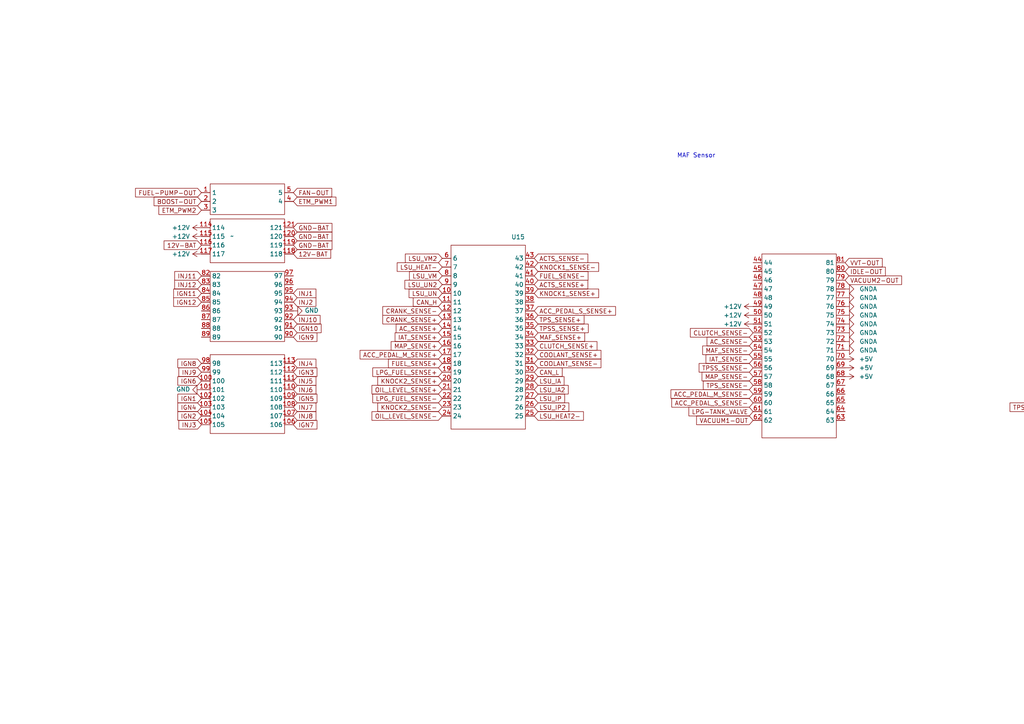
<source format=kicad_sch>
(kicad_sch
	(version 20240101)
	(generator "eeschema")
	(generator_version "8.99")
	(uuid "1c61f898-9745-4bcb-9a71-630dc3adf9d0")
	(paper "A4")
	(title_block
		(title "OPEN ECU: connector")
		(date "2024-01-30")
		(rev "03-2024")
		(company "WWW.AEONLABS.SCIENCE")
		(comment 1 "Creative Commons non commercial share alike")
		(comment 2 "https://github.com/aeonSolutions/AeonLabs-AI-Volvo-MKII-Open-Hardware")
	)
	(lib_symbols
		(symbol "AeonLabs_connectors:ECU_121_pin_pcb_header_connector"
			(exclude_from_sim no)
			(in_bom yes)
			(on_board yes)
			(property "Reference" "U"
				(at 0.254 31.9024 0)
				(effects
					(font
						(size 1.27 1.27)
					)
				)
			)
			(property "Value" ""
				(at -73.66 29.4132 0)
				(effects
					(font
						(size 1.27 1.27)
					)
				)
			)
			(property "Footprint" "AeonLabs_Connectors:121 pin ECU connector header"
				(at 2.54 28.8036 0)
				(effects
					(font
						(size 1.27 1.27)
					)
					(hide yes)
				)
			)
			(property "Datasheet" ""
				(at -73.66 29.4132 0)
				(effects
					(font
						(size 1.27 1.27)
					)
					(hide yes)
				)
			)
			(property "Description" ""
				(at 0 0 0)
				(effects
					(font
						(size 1.27 1.27)
					)
					(hide yes)
				)
			)
			(symbol "ECU_121_pin_pcb_header_connector_0_1"
				(rectangle
					(start -80.01 -5.08)
					(end -58.42 -27.94)
					(stroke
						(width 0)
						(type default)
					)
					(fill
						(type none)
					)
				)
				(rectangle
					(start -80.01 19.05)
					(end -58.42 -1.27)
					(stroke
						(width 0)
						(type default)
					)
					(fill
						(type none)
					)
				)
				(rectangle
					(start -80.01 34.29)
					(end -58.42 21.59)
					(stroke
						(width 0)
						(type default)
					)
					(fill
						(type none)
					)
				)
				(rectangle
					(start -80.01 44.45)
					(end -58.42 35.56)
					(stroke
						(width 0)
						(type default)
					)
					(fill
						(type none)
					)
				)
				(rectangle
					(start -10.16 26.67)
					(end 11.43 -26.67)
					(stroke
						(width 0)
						(type default)
					)
					(fill
						(type none)
					)
				)
				(rectangle
					(start 80.01 24.13)
					(end 101.6 -29.21)
					(stroke
						(width 0)
						(type default)
					)
					(fill
						(type none)
					)
				)
			)
			(symbol "ECU_121_pin_pcb_header_connector_1_1"
				(pin input line
					(at -82.55 41.91 0)
					(length 2.54)
					(name "1"
						(effects
							(font
								(size 1.27 1.27)
							)
						)
					)
					(number "1"
						(effects
							(font
								(size 1.27 1.27)
							)
						)
					)
				)
				(pin input line
					(at -12.7 12.7 0)
					(length 2.54)
					(name "10"
						(effects
							(font
								(size 1.27 1.27)
							)
						)
					)
					(number "10"
						(effects
							(font
								(size 1.27 1.27)
							)
						)
					)
				)
				(pin input line
					(at -82.55 -12.7 0)
					(length 2.54)
					(name "100"
						(effects
							(font
								(size 1.27 1.27)
							)
						)
					)
					(number "100"
						(effects
							(font
								(size 1.27 1.27)
							)
						)
					)
				)
				(pin input line
					(at -82.55 -15.24 0)
					(length 2.54)
					(name "101"
						(effects
							(font
								(size 1.27 1.27)
							)
						)
					)
					(number "101"
						(effects
							(font
								(size 1.27 1.27)
							)
						)
					)
				)
				(pin input line
					(at -82.55 -17.78 0)
					(length 2.54)
					(name "102"
						(effects
							(font
								(size 1.27 1.27)
							)
						)
					)
					(number "102"
						(effects
							(font
								(size 1.27 1.27)
							)
						)
					)
				)
				(pin input line
					(at -82.55 -20.32 0)
					(length 2.54)
					(name "103"
						(effects
							(font
								(size 1.27 1.27)
							)
						)
					)
					(number "103"
						(effects
							(font
								(size 1.27 1.27)
							)
						)
					)
				)
				(pin input line
					(at -55.88 -25.4 180)
					(length 2.54)
					(name "106"
						(effects
							(font
								(size 1.27 1.27)
							)
						)
					)
					(number "106"
						(effects
							(font
								(size 1.27 1.27)
							)
						)
					)
				)
				(pin input line
					(at -55.88 -22.86 180)
					(length 2.54)
					(name "107"
						(effects
							(font
								(size 1.27 1.27)
							)
						)
					)
					(number "107"
						(effects
							(font
								(size 1.27 1.27)
							)
						)
					)
				)
				(pin input line
					(at -55.88 -20.32 180)
					(length 2.54)
					(name "108"
						(effects
							(font
								(size 1.27 1.27)
							)
						)
					)
					(number "108"
						(effects
							(font
								(size 1.27 1.27)
							)
						)
					)
				)
				(pin input line
					(at -55.88 -17.78 180)
					(length 2.54)
					(name "109"
						(effects
							(font
								(size 1.27 1.27)
							)
						)
					)
					(number "109"
						(effects
							(font
								(size 1.27 1.27)
							)
						)
					)
				)
				(pin input line
					(at -12.7 10.16 0)
					(length 2.54)
					(name "11"
						(effects
							(font
								(size 1.27 1.27)
							)
						)
					)
					(number "11"
						(effects
							(font
								(size 1.27 1.27)
							)
						)
					)
				)
				(pin input line
					(at -55.88 -15.24 180)
					(length 2.54)
					(name "110"
						(effects
							(font
								(size 1.27 1.27)
							)
						)
					)
					(number "110"
						(effects
							(font
								(size 1.27 1.27)
							)
						)
					)
				)
				(pin input line
					(at -55.88 -12.7 180)
					(length 2.54)
					(name "111"
						(effects
							(font
								(size 1.27 1.27)
							)
						)
					)
					(number "111"
						(effects
							(font
								(size 1.27 1.27)
							)
						)
					)
				)
				(pin input line
					(at -55.88 -10.16 180)
					(length 2.54)
					(name "112"
						(effects
							(font
								(size 1.27 1.27)
							)
						)
					)
					(number "112"
						(effects
							(font
								(size 1.27 1.27)
							)
						)
					)
				)
				(pin input line
					(at -55.88 -7.62 180)
					(length 2.54)
					(name "113"
						(effects
							(font
								(size 1.27 1.27)
							)
						)
					)
					(number "113"
						(effects
							(font
								(size 1.27 1.27)
							)
						)
					)
				)
				(pin input line
					(at -82.55 31.75 0)
					(length 2.54)
					(name "114"
						(effects
							(font
								(size 1.27 1.27)
							)
						)
					)
					(number "114"
						(effects
							(font
								(size 1.27 1.27)
							)
						)
					)
				)
				(pin input line
					(at -82.55 29.21 0)
					(length 2.54)
					(name "115"
						(effects
							(font
								(size 1.27 1.27)
							)
						)
					)
					(number "115"
						(effects
							(font
								(size 1.27 1.27)
							)
						)
					)
				)
				(pin input line
					(at -12.7 7.62 0)
					(length 2.54)
					(name "12"
						(effects
							(font
								(size 1.27 1.27)
							)
						)
					)
					(number "12"
						(effects
							(font
								(size 1.27 1.27)
							)
						)
					)
				)
				(pin input line
					(at -82.55 -22.86 0)
					(length 2.54)
					(name "104"
						(effects
							(font
								(size 1.27 1.27)
							)
						)
					)
					(number "104"
						(effects
							(font
								(size 1.27 1.27)
							)
						)
					)
				)
				(pin input line
					(at 13.97 7.62 180)
					(length 2.54)
					(name "37"
						(effects
							(font
								(size 1.27 1.27)
							)
						)
					)
					(number "37"
						(effects
							(font
								(size 1.27 1.27)
							)
						)
					)
				)
				(pin input line
					(at -82.55 26.67 0)
					(length 2.54)
					(name "116"
						(effects
							(font
								(size 1.27 1.27)
							)
						)
					)
					(number "116"
						(effects
							(font
								(size 1.27 1.27)
							)
						)
					)
				)
				(pin input line
					(at 13.97 10.16 180)
					(length 2.54)
					(name "38"
						(effects
							(font
								(size 1.27 1.27)
							)
						)
					)
					(number "38"
						(effects
							(font
								(size 1.27 1.27)
							)
						)
					)
				)
				(pin input line
					(at -55.88 24.13 180)
					(length 2.54)
					(name "118"
						(effects
							(font
								(size 1.27 1.27)
							)
						)
					)
					(number "118"
						(effects
							(font
								(size 1.27 1.27)
							)
						)
					)
				)
				(pin input line
					(at -55.88 26.67 180)
					(length 2.54)
					(name "119"
						(effects
							(font
								(size 1.27 1.27)
							)
						)
					)
					(number "119"
						(effects
							(font
								(size 1.27 1.27)
							)
						)
					)
				)
				(pin input line
					(at -55.88 29.21 180)
					(length 2.54)
					(name "120"
						(effects
							(font
								(size 1.27 1.27)
							)
						)
					)
					(number "120"
						(effects
							(font
								(size 1.27 1.27)
							)
						)
					)
				)
				(pin input line
					(at -55.88 31.75 180)
					(length 2.54)
					(name "121"
						(effects
							(font
								(size 1.27 1.27)
							)
						)
					)
					(number "121"
						(effects
							(font
								(size 1.27 1.27)
							)
						)
					)
				)
				(pin input line
					(at -12.7 5.08 0)
					(length 2.54)
					(name "13"
						(effects
							(font
								(size 1.27 1.27)
							)
						)
					)
					(number "13"
						(effects
							(font
								(size 1.27 1.27)
							)
						)
					)
				)
				(pin input line
					(at -12.7 2.54 0)
					(length 2.54)
					(name "14"
						(effects
							(font
								(size 1.27 1.27)
							)
						)
					)
					(number "14"
						(effects
							(font
								(size 1.27 1.27)
							)
						)
					)
				)
				(pin input line
					(at -12.7 0 0)
					(length 2.54)
					(name "15"
						(effects
							(font
								(size 1.27 1.27)
							)
						)
					)
					(number "15"
						(effects
							(font
								(size 1.27 1.27)
							)
						)
					)
				)
				(pin input line
					(at -12.7 -2.54 0)
					(length 2.54)
					(name "16"
						(effects
							(font
								(size 1.27 1.27)
							)
						)
					)
					(number "16"
						(effects
							(font
								(size 1.27 1.27)
							)
						)
					)
				)
				(pin input line
					(at -12.7 -5.08 0)
					(length 2.54)
					(name "17"
						(effects
							(font
								(size 1.27 1.27)
							)
						)
					)
					(number "17"
						(effects
							(font
								(size 1.27 1.27)
							)
						)
					)
				)
				(pin input line
					(at -12.7 -7.62 0)
					(length 2.54)
					(name "18"
						(effects
							(font
								(size 1.27 1.27)
							)
						)
					)
					(number "18"
						(effects
							(font
								(size 1.27 1.27)
							)
						)
					)
				)
				(pin input line
					(at -12.7 -10.16 0)
					(length 2.54)
					(name "19"
						(effects
							(font
								(size 1.27 1.27)
							)
						)
					)
					(number "19"
						(effects
							(font
								(size 1.27 1.27)
							)
						)
					)
				)
				(pin input line
					(at -12.7 -12.7 0)
					(length 2.54)
					(name "20"
						(effects
							(font
								(size 1.27 1.27)
							)
						)
					)
					(number "20"
						(effects
							(font
								(size 1.27 1.27)
							)
						)
					)
				)
				(pin input line
					(at -12.7 -15.24 0)
					(length 2.54)
					(name "21"
						(effects
							(font
								(size 1.27 1.27)
							)
						)
					)
					(number "21"
						(effects
							(font
								(size 1.27 1.27)
							)
						)
					)
				)
				(pin input line
					(at -12.7 -17.78 0)
					(length 2.54)
					(name "22"
						(effects
							(font
								(size 1.27 1.27)
							)
						)
					)
					(number "22"
						(effects
							(font
								(size 1.27 1.27)
							)
						)
					)
				)
				(pin input line
					(at -12.7 -20.32 0)
					(length 2.54)
					(name "23"
						(effects
							(font
								(size 1.27 1.27)
							)
						)
					)
					(number "23"
						(effects
							(font
								(size 1.27 1.27)
							)
						)
					)
				)
				(pin input line
					(at -12.7 -22.86 0)
					(length 2.54)
					(name "24"
						(effects
							(font
								(size 1.27 1.27)
							)
						)
					)
					(number "24"
						(effects
							(font
								(size 1.27 1.27)
							)
						)
					)
				)
				(pin input line
					(at 13.97 -22.86 180)
					(length 2.54)
					(name "25"
						(effects
							(font
								(size 1.27 1.27)
							)
						)
					)
					(number "25"
						(effects
							(font
								(size 1.27 1.27)
							)
						)
					)
				)
				(pin input line
					(at 13.97 -20.32 180)
					(length 2.54)
					(name "26"
						(effects
							(font
								(size 1.27 1.27)
							)
						)
					)
					(number "26"
						(effects
							(font
								(size 1.27 1.27)
							)
						)
					)
				)
				(pin input line
					(at 13.97 -17.78 180)
					(length 2.54)
					(name "27"
						(effects
							(font
								(size 1.27 1.27)
							)
						)
					)
					(number "27"
						(effects
							(font
								(size 1.27 1.27)
							)
						)
					)
				)
				(pin input line
					(at 13.97 -15.24 180)
					(length 2.54)
					(name "28"
						(effects
							(font
								(size 1.27 1.27)
							)
						)
					)
					(number "28"
						(effects
							(font
								(size 1.27 1.27)
							)
						)
					)
				)
				(pin input line
					(at 13.97 -12.7 180)
					(length 2.54)
					(name "29"
						(effects
							(font
								(size 1.27 1.27)
							)
						)
					)
					(number "29"
						(effects
							(font
								(size 1.27 1.27)
							)
						)
					)
				)
				(pin input line
					(at 13.97 12.7 180)
					(length 2.54)
					(name "39"
						(effects
							(font
								(size 1.27 1.27)
							)
						)
					)
					(number "39"
						(effects
							(font
								(size 1.27 1.27)
							)
						)
					)
				)
				(pin input line
					(at 13.97 -10.16 180)
					(length 2.54)
					(name "30"
						(effects
							(font
								(size 1.27 1.27)
							)
						)
					)
					(number "30"
						(effects
							(font
								(size 1.27 1.27)
							)
						)
					)
				)
				(pin input line
					(at 13.97 -7.62 180)
					(length 2.54)
					(name "31"
						(effects
							(font
								(size 1.27 1.27)
							)
						)
					)
					(number "31"
						(effects
							(font
								(size 1.27 1.27)
							)
						)
					)
				)
				(pin input line
					(at 13.97 -5.08 180)
					(length 2.54)
					(name "32"
						(effects
							(font
								(size 1.27 1.27)
							)
						)
					)
					(number "32"
						(effects
							(font
								(size 1.27 1.27)
							)
						)
					)
				)
				(pin input line
					(at 13.97 -2.54 180)
					(length 2.54)
					(name "33"
						(effects
							(font
								(size 1.27 1.27)
							)
						)
					)
					(number "33"
						(effects
							(font
								(size 1.27 1.27)
							)
						)
					)
				)
				(pin input line
					(at 13.97 0 180)
					(length 2.54)
					(name "34"
						(effects
							(font
								(size 1.27 1.27)
							)
						)
					)
					(number "34"
						(effects
							(font
								(size 1.27 1.27)
							)
						)
					)
				)
				(pin input line
					(at 13.97 2.54 180)
					(length 2.54)
					(name "35"
						(effects
							(font
								(size 1.27 1.27)
							)
						)
					)
					(number "35"
						(effects
							(font
								(size 1.27 1.27)
							)
						)
					)
				)
				(pin input line
					(at 13.97 5.08 180)
					(length 2.54)
					(name "36"
						(effects
							(font
								(size 1.27 1.27)
							)
						)
					)
					(number "36"
						(effects
							(font
								(size 1.27 1.27)
							)
						)
					)
				)
				(pin input line
					(at -82.55 39.37 0)
					(length 2.54)
					(name "2"
						(effects
							(font
								(size 1.27 1.27)
							)
						)
					)
					(number "2"
						(effects
							(font
								(size 1.27 1.27)
							)
						)
					)
				)
				(pin input line
					(at -82.55 -25.4 0)
					(length 2.54)
					(name "105"
						(effects
							(font
								(size 1.27 1.27)
							)
						)
					)
					(number "105"
						(effects
							(font
								(size 1.27 1.27)
							)
						)
					)
				)
				(pin input line
					(at -82.55 24.13 0)
					(length 2.54)
					(name "117"
						(effects
							(font
								(size 1.27 1.27)
							)
						)
					)
					(number "117"
						(effects
							(font
								(size 1.27 1.27)
							)
						)
					)
				)
				(pin input line
					(at -82.55 36.83 0)
					(length 2.54)
					(name "3"
						(effects
							(font
								(size 1.27 1.27)
							)
						)
					)
					(number "3"
						(effects
							(font
								(size 1.27 1.27)
							)
						)
					)
				)
				(pin input line
					(at -55.88 39.37 180)
					(length 2.54)
					(name "4"
						(effects
							(font
								(size 1.27 1.27)
							)
						)
					)
					(number "4"
						(effects
							(font
								(size 1.27 1.27)
							)
						)
					)
				)
				(pin input line
					(at 13.97 15.24 180)
					(length 2.54)
					(name "40"
						(effects
							(font
								(size 1.27 1.27)
							)
						)
					)
					(number "40"
						(effects
							(font
								(size 1.27 1.27)
							)
						)
					)
				)
				(pin input line
					(at 13.97 17.78 180)
					(length 2.54)
					(name "41"
						(effects
							(font
								(size 1.27 1.27)
							)
						)
					)
					(number "41"
						(effects
							(font
								(size 1.27 1.27)
							)
						)
					)
				)
				(pin input line
					(at 13.97 20.32 180)
					(length 2.54)
					(name "42"
						(effects
							(font
								(size 1.27 1.27)
							)
						)
					)
					(number "42"
						(effects
							(font
								(size 1.27 1.27)
							)
						)
					)
				)
				(pin input line
					(at 13.97 22.86 180)
					(length 2.54)
					(name "43"
						(effects
							(font
								(size 1.27 1.27)
							)
						)
					)
					(number "43"
						(effects
							(font
								(size 1.27 1.27)
							)
						)
					)
				)
				(pin input line
					(at 77.47 21.59 0)
					(length 2.54)
					(name "44"
						(effects
							(font
								(size 1.27 1.27)
							)
						)
					)
					(number "44"
						(effects
							(font
								(size 1.27 1.27)
							)
						)
					)
				)
				(pin input line
					(at 77.47 19.05 0)
					(length 2.54)
					(name "45"
						(effects
							(font
								(size 1.27 1.27)
							)
						)
					)
					(number "45"
						(effects
							(font
								(size 1.27 1.27)
							)
						)
					)
				)
				(pin input line
					(at 77.47 16.51 0)
					(length 2.54)
					(name "46"
						(effects
							(font
								(size 1.27 1.27)
							)
						)
					)
					(number "46"
						(effects
							(font
								(size 1.27 1.27)
							)
						)
					)
				)
				(pin input line
					(at 77.47 13.97 0)
					(length 2.54)
					(name "47"
						(effects
							(font
								(size 1.27 1.27)
							)
						)
					)
					(number "47"
						(effects
							(font
								(size 1.27 1.27)
							)
						)
					)
				)
				(pin input line
					(at 77.47 11.43 0)
					(length 2.54)
					(name "48"
						(effects
							(font
								(size 1.27 1.27)
							)
						)
					)
					(number "48"
						(effects
							(font
								(size 1.27 1.27)
							)
						)
					)
				)
				(pin input line
					(at 77.47 8.89 0)
					(length 2.54)
					(name "49"
						(effects
							(font
								(size 1.27 1.27)
							)
						)
					)
					(number "49"
						(effects
							(font
								(size 1.27 1.27)
							)
						)
					)
				)
				(pin input line
					(at -55.88 41.91 180)
					(length 2.54)
					(name "5"
						(effects
							(font
								(size 1.27 1.27)
							)
						)
					)
					(number "5"
						(effects
							(font
								(size 1.27 1.27)
							)
						)
					)
				)
				(pin input line
					(at 77.47 6.35 0)
					(length 2.54)
					(name "50"
						(effects
							(font
								(size 1.27 1.27)
							)
						)
					)
					(number "50"
						(effects
							(font
								(size 1.27 1.27)
							)
						)
					)
				)
				(pin input line
					(at 77.47 3.81 0)
					(length 2.54)
					(name "51"
						(effects
							(font
								(size 1.27 1.27)
							)
						)
					)
					(number "51"
						(effects
							(font
								(size 1.27 1.27)
							)
						)
					)
				)
				(pin input line
					(at 77.47 1.27 0)
					(length 2.54)
					(name "52"
						(effects
							(font
								(size 1.27 1.27)
							)
						)
					)
					(number "52"
						(effects
							(font
								(size 1.27 1.27)
							)
						)
					)
				)
				(pin input line
					(at 77.47 -1.27 0)
					(length 2.54)
					(name "53"
						(effects
							(font
								(size 1.27 1.27)
							)
						)
					)
					(number "53"
						(effects
							(font
								(size 1.27 1.27)
							)
						)
					)
				)
				(pin input line
					(at 77.47 -3.81 0)
					(length 2.54)
					(name "54"
						(effects
							(font
								(size 1.27 1.27)
							)
						)
					)
					(number "54"
						(effects
							(font
								(size 1.27 1.27)
							)
						)
					)
				)
				(pin input line
					(at 77.47 -6.35 0)
					(length 2.54)
					(name "55"
						(effects
							(font
								(size 1.27 1.27)
							)
						)
					)
					(number "55"
						(effects
							(font
								(size 1.27 1.27)
							)
						)
					)
				)
				(pin input line
					(at 77.47 -8.89 0)
					(length 2.54)
					(name "56"
						(effects
							(font
								(size 1.27 1.27)
							)
						)
					)
					(number "56"
						(effects
							(font
								(size 1.27 1.27)
							)
						)
					)
				)
				(pin input line
					(at 77.47 -11.43 0)
					(length 2.54)
					(name "57"
						(effects
							(font
								(size 1.27 1.27)
							)
						)
					)
					(number "57"
						(effects
							(font
								(size 1.27 1.27)
							)
						)
					)
				)
				(pin input line
					(at 77.47 -13.97 0)
					(length 2.54)
					(name "58"
						(effects
							(font
								(size 1.27 1.27)
							)
						)
					)
					(number "58"
						(effects
							(font
								(size 1.27 1.27)
							)
						)
					)
				)
				(pin input line
					(at 77.47 -16.51 0)
					(length 2.54)
					(name "59"
						(effects
							(font
								(size 1.27 1.27)
							)
						)
					)
					(number "59"
						(effects
							(font
								(size 1.27 1.27)
							)
						)
					)
				)
				(pin input line
					(at -12.7 22.86 0)
					(length 2.54)
					(name "6"
						(effects
							(font
								(size 1.27 1.27)
							)
						)
					)
					(number "6"
						(effects
							(font
								(size 1.27 1.27)
							)
						)
					)
				)
				(pin input line
					(at 77.47 -19.05 0)
					(length 2.54)
					(name "60"
						(effects
							(font
								(size 1.27 1.27)
							)
						)
					)
					(number "60"
						(effects
							(font
								(size 1.27 1.27)
							)
						)
					)
				)
				(pin input line
					(at 77.47 -21.59 0)
					(length 2.54)
					(name "61"
						(effects
							(font
								(size 1.27 1.27)
							)
						)
					)
					(number "61"
						(effects
							(font
								(size 1.27 1.27)
							)
						)
					)
				)
				(pin input line
					(at 77.47 -24.13 0)
					(length 2.54)
					(name "62"
						(effects
							(font
								(size 1.27 1.27)
							)
						)
					)
					(number "62"
						(effects
							(font
								(size 1.27 1.27)
							)
						)
					)
				)
				(pin input line
					(at 104.14 -24.13 180)
					(length 2.54)
					(name "63"
						(effects
							(font
								(size 1.27 1.27)
							)
						)
					)
					(number "63"
						(effects
							(font
								(size 1.27 1.27)
							)
						)
					)
				)
				(pin input line
					(at 104.14 -21.59 180)
					(length 2.54)
					(name "64"
						(effects
							(font
								(size 1.27 1.27)
							)
						)
					)
					(number "64"
						(effects
							(font
								(size 1.27 1.27)
							)
						)
					)
				)
				(pin input line
					(at 104.14 -19.05 180)
					(length 2.54)
					(name "65"
						(effects
							(font
								(size 1.27 1.27)
							)
						)
					)
					(number "65"
						(effects
							(font
								(size 1.27 1.27)
							)
						)
					)
				)
				(pin input line
					(at 104.14 -16.51 180)
					(length 2.54)
					(name "66"
						(effects
							(font
								(size 1.27 1.27)
							)
						)
					)
					(number "66"
						(effects
							(font
								(size 1.27 1.27)
							)
						)
					)
				)
				(pin input line
					(at 104.14 -13.97 180)
					(length 2.54)
					(name "67"
						(effects
							(font
								(size 1.27 1.27)
							)
						)
					)
					(number "67"
						(effects
							(font
								(size 1.27 1.27)
							)
						)
					)
				)
				(pin input line
					(at 104.14 -11.43 180)
					(length 2.54)
					(name "68"
						(effects
							(font
								(size 1.27 1.27)
							)
						)
					)
					(number "68"
						(effects
							(font
								(size 1.27 1.27)
							)
						)
					)
				)
				(pin input line
					(at 104.14 -8.89 180)
					(length 2.54)
					(name "69"
						(effects
							(font
								(size 1.27 1.27)
							)
						)
					)
					(number "69"
						(effects
							(font
								(size 1.27 1.27)
							)
						)
					)
				)
				(pin input line
					(at -12.7 20.32 0)
					(length 2.54)
					(name "7"
						(effects
							(font
								(size 1.27 1.27)
							)
						)
					)
					(number "7"
						(effects
							(font
								(size 1.27 1.27)
							)
						)
					)
				)
				(pin input line
					(at 104.14 -6.35 180)
					(length 2.54)
					(name "70"
						(effects
							(font
								(size 1.27 1.27)
							)
						)
					)
					(number "70"
						(effects
							(font
								(size 1.27 1.27)
							)
						)
					)
				)
				(pin input line
					(at 104.14 -3.81 180)
					(length 2.54)
					(name "71"
						(effects
							(font
								(size 1.27 1.27)
							)
						)
					)
					(number "71"
						(effects
							(font
								(size 1.27 1.27)
							)
						)
					)
				)
				(pin input line
					(at 104.14 -1.27 180)
					(length 2.54)
					(name "72"
						(effects
							(font
								(size 1.27 1.27)
							)
						)
					)
					(number "72"
						(effects
							(font
								(size 1.27 1.27)
							)
						)
					)
				)
				(pin input line
					(at 104.14 1.27 180)
					(length 2.54)
					(name "73"
						(effects
							(font
								(size 1.27 1.27)
							)
						)
					)
					(number "73"
						(effects
							(font
								(size 1.27 1.27)
							)
						)
					)
				)
				(pin input line
					(at 104.14 3.81 180)
					(length 2.54)
					(name "74"
						(effects
							(font
								(size 1.27 1.27)
							)
						)
					)
					(number "74"
						(effects
							(font
								(size 1.27 1.27)
							)
						)
					)
				)
				(pin input line
					(at 104.14 6.35 180)
					(length 2.54)
					(name "75"
						(effects
							(font
								(size 1.27 1.27)
							)
						)
					)
					(number "75"
						(effects
							(font
								(size 1.27 1.27)
							)
						)
					)
				)
				(pin input line
					(at 104.14 8.89 180)
					(length 2.54)
					(name "76"
						(effects
							(font
								(size 1.27 1.27)
							)
						)
					)
					(number "76"
						(effects
							(font
								(size 1.27 1.27)
							)
						)
					)
				)
				(pin input line
					(at 104.14 11.43 180)
					(length 2.54)
					(name "77"
						(effects
							(font
								(size 1.27 1.27)
							)
						)
					)
					(number "77"
						(effects
							(font
								(size 1.27 1.27)
							)
						)
					)
				)
				(pin input line
					(at 104.14 13.97 180)
					(length 2.54)
					(name "78"
						(effects
							(font
								(size 1.27 1.27)
							)
						)
					)
					(number "78"
						(effects
							(font
								(size 1.27 1.27)
							)
						)
					)
				)
				(pin input line
					(at 104.14 16.51 180)
					(length 2.54)
					(name "79"
						(effects
							(font
								(size 1.27 1.27)
							)
						)
					)
					(number "79"
						(effects
							(font
								(size 1.27 1.27)
							)
						)
					)
				)
				(pin input line
					(at -12.7 17.78 0)
					(length 2.54)
					(name "8"
						(effects
							(font
								(size 1.27 1.27)
							)
						)
					)
					(number "8"
						(effects
							(font
								(size 1.27 1.27)
							)
						)
					)
				)
				(pin input line
					(at 104.14 19.05 180)
					(length 2.54)
					(name "80"
						(effects
							(font
								(size 1.27 1.27)
							)
						)
					)
					(number "80"
						(effects
							(font
								(size 1.27 1.27)
							)
						)
					)
				)
				(pin input line
					(at 104.14 21.59 180)
					(length 2.54)
					(name "81"
						(effects
							(font
								(size 1.27 1.27)
							)
						)
					)
					(number "81"
						(effects
							(font
								(size 1.27 1.27)
							)
						)
					)
				)
				(pin input line
					(at -12.7 15.24 0)
					(length 2.54)
					(name "9"
						(effects
							(font
								(size 1.27 1.27)
							)
						)
					)
					(number "9"
						(effects
							(font
								(size 1.27 1.27)
							)
						)
					)
				)
				(pin input line
					(at -82.55 17.7292 0)
					(length 2.54)
					(name "82"
						(effects
							(font
								(size 1.27 1.27)
							)
						)
					)
					(number "82"
						(effects
							(font
								(size 1.27 1.27)
							)
						)
					)
				)
				(pin input line
					(at -82.55 15.24 0)
					(length 2.54)
					(name "83"
						(effects
							(font
								(size 1.27 1.27)
							)
						)
					)
					(number "83"
						(effects
							(font
								(size 1.27 1.27)
							)
						)
					)
				)
				(pin input line
					(at -82.55 12.7 0)
					(length 2.54)
					(name "84"
						(effects
							(font
								(size 1.27 1.27)
							)
						)
					)
					(number "84"
						(effects
							(font
								(size 1.27 1.27)
							)
						)
					)
				)
				(pin input line
					(at -82.55 10.16 0)
					(length 2.54)
					(name "85"
						(effects
							(font
								(size 1.27 1.27)
							)
						)
					)
					(number "85"
						(effects
							(font
								(size 1.27 1.27)
							)
						)
					)
				)
				(pin input line
					(at -82.55 7.62 0)
					(length 2.54)
					(name "86"
						(effects
							(font
								(size 1.27 1.27)
							)
						)
					)
					(number "86"
						(effects
							(font
								(size 1.27 1.27)
							)
						)
					)
				)
				(pin input line
					(at -82.55 5.08 0)
					(length 2.54)
					(name "87"
						(effects
							(font
								(size 1.27 1.27)
							)
						)
					)
					(number "87"
						(effects
							(font
								(size 1.27 1.27)
							)
						)
					)
				)
				(pin input line
					(at -82.55 2.54 0)
					(length 2.54)
					(name "88"
						(effects
							(font
								(size 1.27 1.27)
							)
						)
					)
					(number "88"
						(effects
							(font
								(size 1.27 1.27)
							)
						)
					)
				)
				(pin input line
					(at -82.55 0 0)
					(length 2.54)
					(name "89"
						(effects
							(font
								(size 1.27 1.27)
							)
						)
					)
					(number "89"
						(effects
							(font
								(size 1.27 1.27)
							)
						)
					)
				)
				(pin input line
					(at -55.88 0 180)
					(length 2.54)
					(name "90"
						(effects
							(font
								(size 1.27 1.27)
							)
						)
					)
					(number "90"
						(effects
							(font
								(size 1.27 1.27)
							)
						)
					)
				)
				(pin input line
					(at -55.88 2.54 180)
					(length 2.54)
					(name "91"
						(effects
							(font
								(size 1.27 1.27)
							)
						)
					)
					(number "91"
						(effects
							(font
								(size 1.27 1.27)
							)
						)
					)
				)
				(pin input line
					(at -55.88 5.08 180)
					(length 2.54)
					(name "92"
						(effects
							(font
								(size 1.27 1.27)
							)
						)
					)
					(number "92"
						(effects
							(font
								(size 1.27 1.27)
							)
						)
					)
				)
				(pin input line
					(at -55.88 7.62 180)
					(length 2.54)
					(name "93"
						(effects
							(font
								(size 1.27 1.27)
							)
						)
					)
					(number "93"
						(effects
							(font
								(size 1.27 1.27)
							)
						)
					)
				)
				(pin input line
					(at -55.88 10.16 180)
					(length 2.54)
					(name "94"
						(effects
							(font
								(size 1.27 1.27)
							)
						)
					)
					(number "94"
						(effects
							(font
								(size 1.27 1.27)
							)
						)
					)
				)
				(pin input line
					(at -55.88 12.7 180)
					(length 2.54)
					(name "95"
						(effects
							(font
								(size 1.27 1.27)
							)
						)
					)
					(number "95"
						(effects
							(font
								(size 1.27 1.27)
							)
						)
					)
				)
				(pin input line
					(at -55.88 15.24 180)
					(length 2.54)
					(name "96"
						(effects
							(font
								(size 1.27 1.27)
							)
						)
					)
					(number "96"
						(effects
							(font
								(size 1.27 1.27)
							)
						)
					)
				)
				(pin input line
					(at -55.88 17.78 180)
					(length 2.54)
					(name "97"
						(effects
							(font
								(size 1.27 1.27)
							)
						)
					)
					(number "97"
						(effects
							(font
								(size 1.27 1.27)
							)
						)
					)
				)
				(pin input line
					(at -82.55 -7.62 0)
					(length 2.54)
					(name "98"
						(effects
							(font
								(size 1.27 1.27)
							)
						)
					)
					(number "98"
						(effects
							(font
								(size 1.27 1.27)
							)
						)
					)
				)
				(pin input line
					(at -82.55 -10.16 0)
					(length 2.54)
					(name "99"
						(effects
							(font
								(size 1.27 1.27)
							)
						)
					)
					(number "99"
						(effects
							(font
								(size 1.27 1.27)
							)
						)
					)
				)
			)
		)
		(symbol "power:+12V"
			(power)
			(pin_names
				(offset 0)
			)
			(exclude_from_sim no)
			(in_bom yes)
			(on_board yes)
			(property "Reference" "#PWR"
				(at 0 -3.81 0)
				(effects
					(font
						(size 1.27 1.27)
					)
					(hide yes)
				)
			)
			(property "Value" "+12V"
				(at 0 3.556 0)
				(effects
					(font
						(size 1.27 1.27)
					)
				)
			)
			(property "Footprint" ""
				(at 0 0 0)
				(effects
					(font
						(size 1.27 1.27)
					)
					(hide yes)
				)
			)
			(property "Datasheet" ""
				(at 0 0 0)
				(effects
					(font
						(size 1.27 1.27)
					)
					(hide yes)
				)
			)
			(property "Description" "Power symbol creates a global label with name \"+12V\""
				(at 0 0 0)
				(effects
					(font
						(size 1.27 1.27)
					)
					(hide yes)
				)
			)
			(property "ki_keywords" "global power"
				(at 0 0 0)
				(effects
					(font
						(size 1.27 1.27)
					)
					(hide yes)
				)
			)
			(symbol "+12V_0_1"
				(polyline
					(pts
						(xy -0.762 1.27) (xy 0 2.54)
					)
					(stroke
						(width 0)
						(type default)
					)
					(fill
						(type none)
					)
				)
				(polyline
					(pts
						(xy 0 0) (xy 0 2.54)
					)
					(stroke
						(width 0)
						(type default)
					)
					(fill
						(type none)
					)
				)
				(polyline
					(pts
						(xy 0 2.54) (xy 0.762 1.27)
					)
					(stroke
						(width 0)
						(type default)
					)
					(fill
						(type none)
					)
				)
			)
			(symbol "+12V_1_1"
				(pin power_in line
					(at 0 0 90)
					(length 0) hide
					(name "+12V"
						(effects
							(font
								(size 1.27 1.27)
							)
						)
					)
					(number "1"
						(effects
							(font
								(size 1.27 1.27)
							)
						)
					)
				)
			)
		)
		(symbol "power:+5V"
			(power)
			(pin_names
				(offset 0)
			)
			(exclude_from_sim no)
			(in_bom yes)
			(on_board yes)
			(property "Reference" "#PWR"
				(at 0 -3.81 0)
				(effects
					(font
						(size 1.27 1.27)
					)
					(hide yes)
				)
			)
			(property "Value" "+5V"
				(at 0 3.556 0)
				(effects
					(font
						(size 1.27 1.27)
					)
				)
			)
			(property "Footprint" ""
				(at 0 0 0)
				(effects
					(font
						(size 1.27 1.27)
					)
					(hide yes)
				)
			)
			(property "Datasheet" ""
				(at 0 0 0)
				(effects
					(font
						(size 1.27 1.27)
					)
					(hide yes)
				)
			)
			(property "Description" "Power symbol creates a global label with name \"+5V\""
				(at 0 0 0)
				(effects
					(font
						(size 1.27 1.27)
					)
					(hide yes)
				)
			)
			(property "ki_keywords" "global power"
				(at 0 0 0)
				(effects
					(font
						(size 1.27 1.27)
					)
					(hide yes)
				)
			)
			(symbol "+5V_0_1"
				(polyline
					(pts
						(xy -0.762 1.27) (xy 0 2.54)
					)
					(stroke
						(width 0)
						(type default)
					)
					(fill
						(type none)
					)
				)
				(polyline
					(pts
						(xy 0 0) (xy 0 2.54)
					)
					(stroke
						(width 0)
						(type default)
					)
					(fill
						(type none)
					)
				)
				(polyline
					(pts
						(xy 0 2.54) (xy 0.762 1.27)
					)
					(stroke
						(width 0)
						(type default)
					)
					(fill
						(type none)
					)
				)
			)
			(symbol "+5V_1_1"
				(pin power_in line
					(at 0 0 90)
					(length 0) hide
					(name "+5V"
						(effects
							(font
								(size 1.27 1.27)
							)
						)
					)
					(number "1"
						(effects
							(font
								(size 1.27 1.27)
							)
						)
					)
				)
			)
		)
		(symbol "power:GND"
			(power)
			(pin_names
				(offset 0)
			)
			(exclude_from_sim no)
			(in_bom yes)
			(on_board yes)
			(property "Reference" "#PWR"
				(at 0 -6.35 0)
				(effects
					(font
						(size 1.27 1.27)
					)
					(hide yes)
				)
			)
			(property "Value" "GND"
				(at 0 -3.81 0)
				(effects
					(font
						(size 1.27 1.27)
					)
				)
			)
			(property "Footprint" ""
				(at 0 0 0)
				(effects
					(font
						(size 1.27 1.27)
					)
					(hide yes)
				)
			)
			(property "Datasheet" ""
				(at 0 0 0)
				(effects
					(font
						(size 1.27 1.27)
					)
					(hide yes)
				)
			)
			(property "Description" "Power symbol creates a global label with name \"GND\" , ground"
				(at 0 0 0)
				(effects
					(font
						(size 1.27 1.27)
					)
					(hide yes)
				)
			)
			(property "ki_keywords" "power-flag"
				(at 0 0 0)
				(effects
					(font
						(size 1.27 1.27)
					)
					(hide yes)
				)
			)
			(symbol "GND_0_1"
				(polyline
					(pts
						(xy 0 0) (xy 0 -1.27) (xy 1.27 -1.27) (xy 0 -2.54) (xy -1.27 -1.27) (xy 0 -1.27)
					)
					(stroke
						(width 0)
						(type default)
					)
					(fill
						(type none)
					)
				)
			)
			(symbol "GND_1_1"
				(pin power_in line
					(at 0 0 270)
					(length 0) hide
					(name "GND"
						(effects
							(font
								(size 1.27 1.27)
							)
						)
					)
					(number "1"
						(effects
							(font
								(size 1.27 1.27)
							)
						)
					)
				)
			)
		)
		(symbol "power:GNDA"
			(power)
			(pin_names
				(offset 0)
			)
			(exclude_from_sim no)
			(in_bom yes)
			(on_board yes)
			(property "Reference" "#PWR"
				(at 0 -6.35 0)
				(effects
					(font
						(size 1.27 1.27)
					)
					(hide yes)
				)
			)
			(property "Value" "GNDA"
				(at 0 -3.81 0)
				(effects
					(font
						(size 1.27 1.27)
					)
				)
			)
			(property "Footprint" ""
				(at 0 0 0)
				(effects
					(font
						(size 1.27 1.27)
					)
					(hide yes)
				)
			)
			(property "Datasheet" ""
				(at 0 0 0)
				(effects
					(font
						(size 1.27 1.27)
					)
					(hide yes)
				)
			)
			(property "Description" "Power symbol creates a global label with name \"GNDA\" , analog ground"
				(at 0 0 0)
				(effects
					(font
						(size 1.27 1.27)
					)
					(hide yes)
				)
			)
			(property "ki_keywords" "global power"
				(at 0 0 0)
				(effects
					(font
						(size 1.27 1.27)
					)
					(hide yes)
				)
			)
			(symbol "GNDA_0_1"
				(polyline
					(pts
						(xy 0 0) (xy 0 -1.27) (xy 1.27 -1.27) (xy 0 -2.54) (xy -1.27 -1.27) (xy 0 -1.27)
					)
					(stroke
						(width 0)
						(type default)
					)
					(fill
						(type none)
					)
				)
			)
			(symbol "GNDA_1_1"
				(pin power_in line
					(at 0 0 270)
					(length 0) hide
					(name "GNDA"
						(effects
							(font
								(size 1.27 1.27)
							)
						)
					)
					(number "1"
						(effects
							(font
								(size 1.27 1.27)
							)
						)
					)
				)
			)
		)
	)
	(text "MAF Sensor"
		(exclude_from_sim no)
		(at 196.342 45.974 0)
		(effects
			(font
				(size 1.27 1.27)
			)
			(justify left bottom)
		)
		(uuid "a7139317-3741-44d9-9275-ba6e7831aa3b")
	)
	(global_label "FUEL_SENSE-"
		(shape input)
		(at 154.94 80.01 0)
		(fields_autoplaced yes)
		(effects
			(font
				(size 1.27 1.27)
			)
			(justify left)
		)
		(uuid "00ac32f7-e235-43c3-b591-eca7384efdde")
		(property "Intersheetrefs" "${INTERSHEET_REFS}"
			(at 170.4547 80.01 0)
			(effects
				(font
					(size 1.27 1.27)
				)
				(justify left)
				(hide yes)
			)
		)
	)
	(global_label "INJ4"
		(shape input)
		(at 85.09 105.41 0)
		(fields_autoplaced yes)
		(effects
			(font
				(size 1.27 1.27)
			)
			(justify left)
		)
		(uuid "06e1ab1e-33c0-4ff6-af93-d26271447b08")
		(property "Intersheetrefs" "${INTERSHEET_REFS}"
			(at 91.5334 105.41 0)
			(effects
				(font
					(size 1.27 1.27)
				)
				(justify left)
				(hide yes)
			)
		)
	)
	(global_label "IDLE-OUT"
		(shape input)
		(at 245.11 78.74 0)
		(fields_autoplaced yes)
		(effects
			(font
				(size 1.27 1.27)
			)
			(justify left)
		)
		(uuid "07a772b1-67e8-40ee-88c0-24a3adfb4f2c")
		(property "Intersheetrefs" "${INTERSHEET_REFS}"
			(at 256.6939 78.74 0)
			(effects
				(font
					(size 1.27 1.27)
				)
				(justify left)
				(hide yes)
			)
		)
	)
	(global_label "IGN11"
		(shape input)
		(at 58.42 85.09 180)
		(fields_autoplaced yes)
		(effects
			(font
				(size 1.27 1.27)
			)
			(justify right)
		)
		(uuid "0d80f225-c31c-4541-be64-35bf76ced013")
		(property "Intersheetrefs" "${INTERSHEET_REFS}"
			(at 50.4647 85.09 0)
			(effects
				(font
					(size 1.27 1.27)
				)
				(justify right)
				(hide yes)
			)
		)
	)
	(global_label "INJ9"
		(shape input)
		(at 58.42 107.95 180)
		(fields_autoplaced yes)
		(effects
			(font
				(size 1.27 1.27)
			)
			(justify right)
		)
		(uuid "0e1c3c66-ebdb-47ec-b79b-5a70e07d8b2a")
		(property "Intersheetrefs" "${INTERSHEET_REFS}"
			(at 51.9766 107.95 0)
			(effects
				(font
					(size 1.27 1.27)
				)
				(justify right)
				(hide yes)
			)
		)
	)
	(global_label "LSU_HEAT-"
		(shape input)
		(at 128.27 77.47 180)
		(fields_autoplaced yes)
		(effects
			(font
				(size 1.27 1.27)
			)
			(justify right)
		)
		(uuid "170a436f-769c-4fd4-b3e6-8c492d38f4e0")
		(property "Intersheetrefs" "${INTERSHEET_REFS}"
			(at 115.2952 77.47 0)
			(effects
				(font
					(size 1.27 1.27)
				)
				(justify right)
				(hide yes)
			)
		)
	)
	(global_label "FUEL_SENSE+"
		(shape input)
		(at 128.27 105.41 180)
		(fields_autoplaced yes)
		(effects
			(font
				(size 1.27 1.27)
			)
			(justify right)
		)
		(uuid "171c7cf6-5f45-4064-864d-29c65bacda95")
		(property "Intersheetrefs" "${INTERSHEET_REFS}"
			(at 112.7553 105.41 0)
			(effects
				(font
					(size 1.27 1.27)
				)
				(justify right)
				(hide yes)
			)
		)
	)
	(global_label "CAN_H"
		(shape input)
		(at 128.27 87.63 180)
		(fields_autoplaced yes)
		(effects
			(font
				(size 1.27 1.27)
			)
			(justify right)
		)
		(uuid "19c1fb38-3e21-480b-9060-b4af0355281b")
		(property "Intersheetrefs" "${INTERSHEET_REFS}"
			(at 120.0312 87.63 0)
			(effects
				(font
					(size 1.27 1.27)
				)
				(justify right)
				(hide yes)
			)
		)
	)
	(global_label "IGN10"
		(shape input)
		(at 85.09 95.25 0)
		(fields_autoplaced yes)
		(effects
			(font
				(size 1.27 1.27)
			)
			(justify left)
		)
		(uuid "1d126f6c-1508-435c-ba74-ea890bb8ff68")
		(property "Intersheetrefs" "${INTERSHEET_REFS}"
			(at 93.0453 95.25 0)
			(effects
				(font
					(size 1.27 1.27)
				)
				(justify left)
				(hide yes)
			)
		)
	)
	(global_label "GND-BAT"
		(shape input)
		(at 85.09 68.58 0)
		(fields_autoplaced yes)
		(effects
			(font
				(size 1.27 1.27)
			)
			(justify left)
		)
		(uuid "1d8fa1e0-baae-4b56-a4bb-6f62602456d4")
		(property "Intersheetrefs" "${INTERSHEET_REFS}"
			(at 96.1901 68.58 0)
			(effects
				(font
					(size 1.27 1.27)
				)
				(justify left)
				(hide yes)
			)
		)
	)
	(global_label "INJ5"
		(shape input)
		(at 85.09 110.49 0)
		(fields_autoplaced yes)
		(effects
			(font
				(size 1.27 1.27)
			)
			(justify left)
		)
		(uuid "204b13e0-d1de-457e-9503-60def114a354")
		(property "Intersheetrefs" "${INTERSHEET_REFS}"
			(at 91.5334 110.49 0)
			(effects
				(font
					(size 1.27 1.27)
				)
				(justify left)
				(hide yes)
			)
		)
	)
	(global_label "LSU_UN2"
		(shape input)
		(at 128.27 82.55 180)
		(fields_autoplaced yes)
		(effects
			(font
				(size 1.27 1.27)
			)
			(justify right)
		)
		(uuid "21025354-321a-45e6-adc3-36f0049a6d28")
		(property "Intersheetrefs" "${INTERSHEET_REFS}"
			(at 117.5328 82.55 0)
			(effects
				(font
					(size 1.27 1.27)
				)
				(justify right)
				(hide yes)
			)
		)
	)
	(global_label "LSU_VM"
		(shape input)
		(at 128.27 80.01 180)
		(fields_autoplaced yes)
		(effects
			(font
				(size 1.27 1.27)
			)
			(justify right)
		)
		(uuid "24d4b0f7-cb3f-4802-830f-b443e3f9711b")
		(property "Intersheetrefs" "${INTERSHEET_REFS}"
			(at 118.8633 80.01 0)
			(effects
				(font
					(size 1.27 1.27)
				)
				(justify right)
				(hide yes)
			)
		)
	)
	(global_label "LSU_HEAT2-"
		(shape input)
		(at 154.94 120.65 0)
		(fields_autoplaced yes)
		(effects
			(font
				(size 1.27 1.27)
			)
			(justify left)
		)
		(uuid "260db26a-bc79-45e5-abf3-a31d8142b601")
		(property "Intersheetrefs" "${INTERSHEET_REFS}"
			(at 169.1243 120.65 0)
			(effects
				(font
					(size 1.27 1.27)
				)
				(justify left)
				(hide yes)
			)
		)
	)
	(global_label "IGN3"
		(shape input)
		(at 85.09 107.95 0)
		(fields_autoplaced yes)
		(effects
			(font
				(size 1.27 1.27)
			)
			(justify left)
		)
		(uuid "2818c212-5826-4345-96fe-dcb2c929f7f1")
		(property "Intersheetrefs" "${INTERSHEET_REFS}"
			(at 91.8358 107.95 0)
			(effects
				(font
					(size 1.27 1.27)
				)
				(justify left)
				(hide yes)
			)
		)
	)
	(global_label "INJ11"
		(shape input)
		(at 58.42 80.01 180)
		(fields_autoplaced yes)
		(effects
			(font
				(size 1.27 1.27)
			)
			(justify right)
		)
		(uuid "298cf29e-d565-4531-a8c5-c1e572640ce5")
		(property "Intersheetrefs" "${INTERSHEET_REFS}"
			(at 50.7671 80.01 0)
			(effects
				(font
					(size 1.27 1.27)
				)
				(justify right)
				(hide yes)
			)
		)
	)
	(global_label "KNOCK1_SENSE+"
		(shape input)
		(at 154.94 85.09 0)
		(fields_autoplaced yes)
		(effects
			(font
				(size 1.27 1.27)
			)
			(justify left)
		)
		(uuid "2a8f4eca-484e-4045-9d5b-e1db7f6ae60d")
		(property "Intersheetrefs" "${INTERSHEET_REFS}"
			(at 173.539 85.09 0)
			(effects
				(font
					(size 1.27 1.27)
				)
				(justify left)
				(hide yes)
			)
		)
	)
	(global_label "IGN9"
		(shape input)
		(at 85.09 97.79 0)
		(fields_autoplaced yes)
		(effects
			(font
				(size 1.27 1.27)
			)
			(justify left)
		)
		(uuid "2caf27ee-b934-4527-9757-13fecbea4946")
		(property "Intersheetrefs" "${INTERSHEET_REFS}"
			(at 91.8358 97.79 0)
			(effects
				(font
					(size 1.27 1.27)
				)
				(justify left)
				(hide yes)
			)
		)
	)
	(global_label "INJ6"
		(shape input)
		(at 85.09 113.03 0)
		(fields_autoplaced yes)
		(effects
			(font
				(size 1.27 1.27)
			)
			(justify left)
		)
		(uuid "2d43582a-322f-4e13-b760-47d6bdf6b630")
		(property "Intersheetrefs" "${INTERSHEET_REFS}"
			(at 91.5334 113.03 0)
			(effects
				(font
					(size 1.27 1.27)
				)
				(justify left)
				(hide yes)
			)
		)
	)
	(global_label "COOLANT_SENSE+"
		(shape input)
		(at 154.94 102.87 0)
		(fields_autoplaced yes)
		(effects
			(font
				(size 1.27 1.27)
			)
			(justify left)
		)
		(uuid "2de69ca9-acad-414d-b5e1-74d94a7e32a4")
		(property "Intersheetrefs" "${INTERSHEET_REFS}"
			(at 174.2043 102.87 0)
			(effects
				(font
					(size 1.27 1.27)
				)
				(justify left)
				(hide yes)
			)
		)
	)
	(global_label "TPS_SENSE+"
		(shape input)
		(at 154.94 92.71 0)
		(fields_autoplaced yes)
		(effects
			(font
				(size 1.27 1.27)
			)
			(justify left)
		)
		(uuid "2fa19b6a-5995-46d1-8829-c0bb83f59ff3")
		(property "Intersheetrefs" "${INTERSHEET_REFS}"
			(at 169.3056 92.71 0)
			(effects
				(font
					(size 1.27 1.27)
				)
				(justify left)
				(hide yes)
			)
		)
	)
	(global_label "LPG_FUEL_SENSE-"
		(shape input)
		(at 128.27 115.57 180)
		(fields_autoplaced yes)
		(effects
			(font
				(size 1.27 1.27)
			)
			(justify right)
		)
		(uuid "3184a648-3fa0-4a5c-ad29-0b3910675c31")
		(property "Intersheetrefs" "${INTERSHEET_REFS}"
			(at 108.2196 115.57 0)
			(effects
				(font
					(size 1.27 1.27)
				)
				(justify right)
				(hide yes)
			)
		)
	)
	(global_label "IGN12"
		(shape input)
		(at 58.42 87.63 180)
		(fields_autoplaced yes)
		(effects
			(font
				(size 1.27 1.27)
			)
			(justify right)
		)
		(uuid "336d3638-afe7-4022-8aee-90becf6fdc8c")
		(property "Intersheetrefs" "${INTERSHEET_REFS}"
			(at 50.4647 87.63 0)
			(effects
				(font
					(size 1.27 1.27)
				)
				(justify right)
				(hide yes)
			)
		)
	)
	(global_label "TPSS_SENSE+"
		(shape input)
		(at 154.94 95.25 0)
		(fields_autoplaced yes)
		(effects
			(font
				(size 1.27 1.27)
			)
			(justify left)
		)
		(uuid "3a05988c-a2c5-4159-b972-8f90f5602f0f")
		(property "Intersheetrefs" "${INTERSHEET_REFS}"
			(at 170.5151 95.25 0)
			(effects
				(font
					(size 1.27 1.27)
				)
				(justify left)
				(hide yes)
			)
		)
	)
	(global_label "LPG_FUEL_SENSE+"
		(shape input)
		(at 128.27 107.95 180)
		(fields_autoplaced yes)
		(effects
			(font
				(size 1.27 1.27)
			)
			(justify right)
		)
		(uuid "3a8a11c8-c7ab-43c9-8b71-28e8ff39cce3")
		(property "Intersheetrefs" "${INTERSHEET_REFS}"
			(at 108.2196 107.95 0)
			(effects
				(font
					(size 1.27 1.27)
				)
				(justify right)
				(hide yes)
			)
		)
	)
	(global_label "LSU_UN"
		(shape input)
		(at 128.27 85.09 180)
		(fields_autoplaced yes)
		(effects
			(font
				(size 1.27 1.27)
			)
			(justify right)
		)
		(uuid "436af5a7-4f8c-4b64-82f5-a62b2c2d20c7")
		(property "Intersheetrefs" "${INTERSHEET_REFS}"
			(at 118.7423 85.09 0)
			(effects
				(font
					(size 1.27 1.27)
				)
				(justify right)
				(hide yes)
			)
		)
	)
	(global_label "INJ8"
		(shape input)
		(at 85.09 120.65 0)
		(fields_autoplaced yes)
		(effects
			(font
				(size 1.27 1.27)
			)
			(justify left)
		)
		(uuid "4656ce7f-ed9d-4ee5-939f-3322d867b64e")
		(property "Intersheetrefs" "${INTERSHEET_REFS}"
			(at 91.5334 120.65 0)
			(effects
				(font
					(size 1.27 1.27)
				)
				(justify left)
				(hide yes)
			)
		)
	)
	(global_label "CAN_L"
		(shape input)
		(at 154.94 107.95 0)
		(fields_autoplaced yes)
		(effects
			(font
				(size 1.27 1.27)
			)
			(justify left)
		)
		(uuid "492e03bb-927b-4014-b90c-0b837c809fc9")
		(property "Intersheetrefs" "${INTERSHEET_REFS}"
			(at 162.8764 107.95 0)
			(effects
				(font
					(size 1.27 1.27)
				)
				(justify left)
				(hide yes)
			)
		)
	)
	(global_label "CLUTCH_SENSE-"
		(shape input)
		(at 218.44 96.52 180)
		(fields_autoplaced yes)
		(effects
			(font
				(size 1.27 1.27)
			)
			(justify right)
		)
		(uuid "49ba8a76-c945-4eae-b066-f488a6051e9f")
		(property "Intersheetrefs" "${INTERSHEET_REFS}"
			(at 200.3248 96.52 0)
			(effects
				(font
					(size 1.27 1.27)
				)
				(justify right)
				(hide yes)
			)
		)
	)
	(global_label "VACUUM1-OUT"
		(shape input)
		(at 218.44 121.92 180)
		(fields_autoplaced yes)
		(effects
			(font
				(size 1.27 1.27)
			)
			(justify right)
		)
		(uuid "4a5e5ee1-f9f6-4e50-824c-3657162d5227")
		(property "Intersheetrefs" "${INTERSHEET_REFS}"
			(at 202.1389 121.92 0)
			(effects
				(font
					(size 1.27 1.27)
				)
				(justify right)
				(hide yes)
			)
		)
	)
	(global_label "IGN8"
		(shape input)
		(at 58.42 105.41 180)
		(fields_autoplaced yes)
		(effects
			(font
				(size 1.27 1.27)
			)
			(justify right)
		)
		(uuid "4b105e39-5d27-4050-b5bf-8ae4717395e8")
		(property "Intersheetrefs" "${INTERSHEET_REFS}"
			(at 51.6742 105.41 0)
			(effects
				(font
					(size 1.27 1.27)
				)
				(justify right)
				(hide yes)
			)
		)
	)
	(global_label "MAP_SENSE-"
		(shape input)
		(at 218.44 109.22 180)
		(fields_autoplaced yes)
		(effects
			(font
				(size 1.27 1.27)
			)
			(justify right)
		)
		(uuid "4c560619-f44c-4a18-853b-c965685af42d")
		(property "Intersheetrefs" "${INTERSHEET_REFS}"
			(at 203.7115 109.22 0)
			(effects
				(font
					(size 1.27 1.27)
				)
				(justify right)
				(hide yes)
			)
		)
	)
	(global_label "ACTS_SENSE-"
		(shape input)
		(at 154.94 74.93 0)
		(fields_autoplaced yes)
		(effects
			(font
				(size 1.27 1.27)
			)
			(justify left)
		)
		(uuid "4d9ebfec-0c47-4336-b13a-5067b2786428")
		(property "Intersheetrefs" "${INTERSHEET_REFS}"
			(at 170.3942 74.93 0)
			(effects
				(font
					(size 1.27 1.27)
				)
				(justify left)
				(hide yes)
			)
		)
	)
	(global_label "VVT-OUT"
		(shape input)
		(at 245.11 76.2 0)
		(fields_autoplaced yes)
		(effects
			(font
				(size 1.27 1.27)
			)
			(justify left)
		)
		(uuid "4ea0f005-a34a-4338-ac71-74b0f39de094")
		(property "Intersheetrefs" "${INTERSHEET_REFS}"
			(at 255.7074 76.2 0)
			(effects
				(font
					(size 1.27 1.27)
				)
				(justify left)
				(hide yes)
			)
		)
	)
	(global_label "VACUUM2-OUT"
		(shape input)
		(at 245.11 81.28 0)
		(fields_autoplaced yes)
		(effects
			(font
				(size 1.27 1.27)
			)
			(justify left)
		)
		(uuid "55dc9813-6a68-444b-9482-2dd3d3929018")
		(property "Intersheetrefs" "${INTERSHEET_REFS}"
			(at 261.4111 81.28 0)
			(effects
				(font
					(size 1.27 1.27)
				)
				(justify left)
				(hide yes)
			)
		)
	)
	(global_label "12V-BAT"
		(shape input)
		(at 58.42 71.12 180)
		(fields_autoplaced yes)
		(effects
			(font
				(size 1.27 1.27)
			)
			(justify right)
		)
		(uuid "5d198c63-1911-487d-82f8-1aba1c5a68b2")
		(property "Intersheetrefs" "${INTERSHEET_REFS}"
			(at 47.6828 71.12 0)
			(effects
				(font
					(size 1.27 1.27)
				)
				(justify right)
				(hide yes)
			)
		)
	)
	(global_label "CRANK_SENSE+"
		(shape input)
		(at 128.27 92.71 180)
		(fields_autoplaced yes)
		(effects
			(font
				(size 1.27 1.27)
			)
			(justify right)
		)
		(uuid "5eaffdfe-8f52-4ebc-a4e2-68c5052ace6a")
		(property "Intersheetrefs" "${INTERSHEET_REFS}"
			(at 111.1224 92.71 0)
			(effects
				(font
					(size 1.27 1.27)
				)
				(justify right)
				(hide yes)
			)
		)
	)
	(global_label "COOLANT_SENSE-"
		(shape input)
		(at 154.94 105.41 0)
		(fields_autoplaced yes)
		(effects
			(font
				(size 1.27 1.27)
			)
			(justify left)
		)
		(uuid "5ed26f6e-36f2-4778-8a90-87cab3229e25")
		(property "Intersheetrefs" "${INTERSHEET_REFS}"
			(at 174.2043 105.41 0)
			(effects
				(font
					(size 1.27 1.27)
				)
				(justify left)
				(hide yes)
			)
		)
	)
	(global_label "LSU_IP2"
		(shape input)
		(at 154.94 118.11 0)
		(fields_autoplaced yes)
		(effects
			(font
				(size 1.27 1.27)
			)
			(justify left)
		)
		(uuid "6037dfff-30d4-4d8a-bc4b-385a76802874")
		(property "Intersheetrefs" "${INTERSHEET_REFS}"
			(at 164.891 118.11 0)
			(effects
				(font
					(size 1.27 1.27)
				)
				(justify left)
				(hide yes)
			)
		)
	)
	(global_label "INJ3"
		(shape input)
		(at 58.42 123.19 180)
		(fields_autoplaced yes)
		(effects
			(font
				(size 1.27 1.27)
			)
			(justify right)
		)
		(uuid "65dd4484-c053-47f9-94c4-7873c87b95bc")
		(property "Intersheetrefs" "${INTERSHEET_REFS}"
			(at 51.9766 123.19 0)
			(effects
				(font
					(size 1.27 1.27)
				)
				(justify right)
				(hide yes)
			)
		)
	)
	(global_label "LSU_IA"
		(shape input)
		(at 154.94 110.49 0)
		(fields_autoplaced yes)
		(effects
			(font
				(size 1.27 1.27)
			)
			(justify left)
		)
		(uuid "6678f82a-e984-4b0f-b629-b62edd8b2f14")
		(property "Intersheetrefs" "${INTERSHEET_REFS}"
			(at 163.5001 110.49 0)
			(effects
				(font
					(size 1.27 1.27)
				)
				(justify left)
				(hide yes)
			)
		)
	)
	(global_label "ETM_PWM1"
		(shape input)
		(at 85.09 58.42 0)
		(fields_autoplaced yes)
		(effects
			(font
				(size 1.27 1.27)
			)
			(justify left)
		)
		(uuid "68cc7989-1cf3-4775-bd0c-16cff149cdb2")
		(property "Intersheetrefs" "${INTERSHEET_REFS}"
			(at 97.3389 58.42 0)
			(effects
				(font
					(size 1.27 1.27)
				)
				(justify left)
				(hide yes)
			)
		)
	)
	(global_label "ACTS_SENSE+"
		(shape input)
		(at 154.94 82.55 0)
		(fields_autoplaced yes)
		(effects
			(font
				(size 1.27 1.27)
			)
			(justify left)
		)
		(uuid "6a0e0927-6286-4c7f-a1ca-81a3d1fcbac5")
		(property "Intersheetrefs" "${INTERSHEET_REFS}"
			(at 170.3942 82.55 0)
			(effects
				(font
					(size 1.27 1.27)
				)
				(justify left)
				(hide yes)
			)
		)
	)
	(global_label "AC_SENSE+"
		(shape input)
		(at 128.27 95.25 180)
		(fields_autoplaced yes)
		(effects
			(font
				(size 1.27 1.27)
			)
			(justify right)
		)
		(uuid "6aeafdb3-1fda-4186-b397-6b2a24865d09")
		(property "Intersheetrefs" "${INTERSHEET_REFS}"
			(at 114.9929 95.25 0)
			(effects
				(font
					(size 1.27 1.27)
				)
				(justify right)
				(hide yes)
			)
		)
	)
	(global_label "TPSS_SENSE-"
		(shape input)
		(at 308.61 118.11 180)
		(fields_autoplaced yes)
		(effects
			(font
				(size 1.27 1.27)
			)
			(justify right)
		)
		(uuid "6feae99b-3da3-40b5-9a1e-86346eb1d6fc")
		(property "Intersheetrefs" "${INTERSHEET_REFS}"
			(at 293.0349 118.11 0)
			(effects
				(font
					(size 1.27 1.27)
				)
				(justify right)
				(hide yes)
			)
		)
	)
	(global_label "LSU_VM2"
		(shape input)
		(at 128.27 74.93 180)
		(fields_autoplaced yes)
		(effects
			(font
				(size 1.27 1.27)
			)
			(justify right)
		)
		(uuid "74b11da0-9dba-46d4-9adb-02eb7b081881")
		(property "Intersheetrefs" "${INTERSHEET_REFS}"
			(at 117.6538 74.93 0)
			(effects
				(font
					(size 1.27 1.27)
				)
				(justify right)
				(hide yes)
			)
		)
	)
	(global_label "LSU_IA2"
		(shape input)
		(at 154.94 113.03 0)
		(fields_autoplaced yes)
		(effects
			(font
				(size 1.27 1.27)
			)
			(justify left)
		)
		(uuid "7660c90e-0c43-4590-9f6e-18dc413f9bcb")
		(property "Intersheetrefs" "${INTERSHEET_REFS}"
			(at 164.7096 113.03 0)
			(effects
				(font
					(size 1.27 1.27)
				)
				(justify left)
				(hide yes)
			)
		)
	)
	(global_label "KNOCK2_SENSE-"
		(shape input)
		(at 128.27 118.11 180)
		(fields_autoplaced yes)
		(effects
			(font
				(size 1.27 1.27)
			)
			(justify right)
		)
		(uuid "865a7fd5-448c-411a-ae00-7e36ff71077e")
		(property "Intersheetrefs" "${INTERSHEET_REFS}"
			(at 109.671 118.11 0)
			(effects
				(font
					(size 1.27 1.27)
				)
				(justify right)
				(hide yes)
			)
		)
	)
	(global_label "IGN1"
		(shape input)
		(at 58.42 115.57 180)
		(fields_autoplaced yes)
		(effects
			(font
				(size 1.27 1.27)
			)
			(justify right)
		)
		(uuid "8781d25f-b1d8-4113-8f22-187c3fba4264")
		(property "Intersheetrefs" "${INTERSHEET_REFS}"
			(at 51.6742 115.57 0)
			(effects
				(font
					(size 1.27 1.27)
				)
				(justify right)
				(hide yes)
			)
		)
	)
	(global_label "IAT_SENSE+"
		(shape input)
		(at 128.27 97.79 180)
		(fields_autoplaced yes)
		(effects
			(font
				(size 1.27 1.27)
			)
			(justify right)
		)
		(uuid "8926f5a7-11d7-451b-beb4-48a1a044507e")
		(property "Intersheetrefs" "${INTERSHEET_REFS}"
			(at 114.6905 97.79 0)
			(effects
				(font
					(size 1.27 1.27)
				)
				(justify right)
				(hide yes)
			)
		)
	)
	(global_label "MAP_SENSE+"
		(shape input)
		(at 128.27 100.33 180)
		(fields_autoplaced yes)
		(effects
			(font
				(size 1.27 1.27)
			)
			(justify right)
		)
		(uuid "892e82b1-d29e-4157-abfd-49775445846f")
		(property "Intersheetrefs" "${INTERSHEET_REFS}"
			(at 113.5415 100.33 0)
			(effects
				(font
					(size 1.27 1.27)
				)
				(justify right)
				(hide yes)
			)
		)
	)
	(global_label "ACC_PEDAL_S_SENSE+"
		(shape input)
		(at 154.94 90.17 0)
		(fields_autoplaced yes)
		(effects
			(font
				(size 1.27 1.27)
			)
			(justify left)
		)
		(uuid "8b2e5717-886d-4760-9f3a-50427752a9cf")
		(property "Intersheetrefs" "${INTERSHEET_REFS}"
			(at 178.4375 90.17 0)
			(effects
				(font
					(size 1.27 1.27)
				)
				(justify left)
				(hide yes)
			)
		)
	)
	(global_label "KNOCK1_SENSE-"
		(shape input)
		(at 154.94 77.47 0)
		(fields_autoplaced yes)
		(effects
			(font
				(size 1.27 1.27)
			)
			(justify left)
		)
		(uuid "8cfc86b7-0eb5-4a90-ab2e-35d64c7a0113")
		(property "Intersheetrefs" "${INTERSHEET_REFS}"
			(at 173.539 77.47 0)
			(effects
				(font
					(size 1.27 1.27)
				)
				(justify left)
				(hide yes)
			)
		)
	)
	(global_label "ACC_PEDAL_M_SENSE-"
		(shape input)
		(at 218.44 114.3 180)
		(fields_autoplaced yes)
		(effects
			(font
				(size 1.27 1.27)
			)
			(justify right)
		)
		(uuid "8f7db8a6-0119-44b8-8df3-2934ff481507")
		(property "Intersheetrefs" "${INTERSHEET_REFS}"
			(at 194.7006 114.3 0)
			(effects
				(font
					(size 1.27 1.27)
				)
				(justify right)
				(hide yes)
			)
		)
	)
	(global_label "AC_SENSE-"
		(shape input)
		(at 218.44 99.06 180)
		(fields_autoplaced yes)
		(effects
			(font
				(size 1.27 1.27)
			)
			(justify right)
		)
		(uuid "94519567-758b-4c4a-b68a-be9495705396")
		(property "Intersheetrefs" "${INTERSHEET_REFS}"
			(at 205.1629 99.06 0)
			(effects
				(font
					(size 1.27 1.27)
				)
				(justify right)
				(hide yes)
			)
		)
	)
	(global_label "MAF_SENSE+"
		(shape input)
		(at 154.94 97.79 0)
		(fields_autoplaced yes)
		(effects
			(font
				(size 1.27 1.27)
			)
			(justify left)
		)
		(uuid "9594a8fd-ea59-4149-9578-535a992741cb")
		(property "Intersheetrefs" "${INTERSHEET_REFS}"
			(at 169.4871 97.79 0)
			(effects
				(font
					(size 1.27 1.27)
				)
				(justify left)
				(hide yes)
			)
		)
	)
	(global_label "INJ7"
		(shape input)
		(at 85.09 118.11 0)
		(fields_autoplaced yes)
		(effects
			(font
				(size 1.27 1.27)
			)
			(justify left)
		)
		(uuid "99f889b5-af4e-4dcb-b50f-08fc6b477071")
		(property "Intersheetrefs" "${INTERSHEET_REFS}"
			(at 91.5334 118.11 0)
			(effects
				(font
					(size 1.27 1.27)
				)
				(justify left)
				(hide yes)
			)
		)
	)
	(global_label "IGN7"
		(shape input)
		(at 85.09 123.19 0)
		(fields_autoplaced yes)
		(effects
			(font
				(size 1.27 1.27)
			)
			(justify left)
		)
		(uuid "9a0c4168-8af1-4aa1-9515-6ae85d73b6de")
		(property "Intersheetrefs" "${INTERSHEET_REFS}"
			(at 91.8358 123.19 0)
			(effects
				(font
					(size 1.27 1.27)
				)
				(justify left)
				(hide yes)
			)
		)
	)
	(global_label "FUEL-PUMP-OUT"
		(shape input)
		(at 58.42 55.88 180)
		(fields_autoplaced yes)
		(effects
			(font
				(size 1.27 1.27)
			)
			(justify right)
		)
		(uuid "9ce645fa-1ce0-4b32-aff1-6ac3d8761fb4")
		(property "Intersheetrefs" "${INTERSHEET_REFS}"
			(at 39.3975 55.88 0)
			(effects
				(font
					(size 1.27 1.27)
				)
				(justify right)
				(hide yes)
			)
		)
	)
	(global_label "LPG-TANK_VALVE"
		(shape input)
		(at 218.44 119.38 180)
		(fields_autoplaced yes)
		(effects
			(font
				(size 1.27 1.27)
			)
			(justify right)
		)
		(uuid "9e8ba2f3-087d-437e-9e2a-7ee0305c6c04")
		(property "Intersheetrefs" "${INTERSHEET_REFS}"
			(at 199.9013 119.38 0)
			(effects
				(font
					(size 1.27 1.27)
				)
				(justify right)
				(hide yes)
			)
		)
	)
	(global_label "TPS_SENSE-"
		(shape input)
		(at 218.44 111.76 180)
		(fields_autoplaced yes)
		(effects
			(font
				(size 1.27 1.27)
			)
			(justify right)
		)
		(uuid "a5d04ec1-0a77-46b1-a85a-f0ea6cb810b3")
		(property "Intersheetrefs" "${INTERSHEET_REFS}"
			(at 204.0744 111.76 0)
			(effects
				(font
					(size 1.27 1.27)
				)
				(justify right)
				(hide yes)
			)
		)
	)
	(global_label "IGN4"
		(shape input)
		(at 58.42 118.11 180)
		(fields_autoplaced yes)
		(effects
			(font
				(size 1.27 1.27)
			)
			(justify right)
		)
		(uuid "aa09f372-eb65-4917-bcb1-4705b5f54e74")
		(property "Intersheetrefs" "${INTERSHEET_REFS}"
			(at 51.6742 118.11 0)
			(effects
				(font
					(size 1.27 1.27)
				)
				(justify right)
				(hide yes)
			)
		)
	)
	(global_label "IGN6"
		(shape input)
		(at 58.42 110.49 180)
		(fields_autoplaced yes)
		(effects
			(font
				(size 1.27 1.27)
			)
			(justify right)
		)
		(uuid "aaf493ef-2cc9-4eb0-9ae5-b48ddf2cda8a")
		(property "Intersheetrefs" "${INTERSHEET_REFS}"
			(at 51.6742 110.49 0)
			(effects
				(font
					(size 1.27 1.27)
				)
				(justify right)
				(hide yes)
			)
		)
	)
	(global_label "CRANK_SENSE-"
		(shape input)
		(at 128.27 90.17 180)
		(fields_autoplaced yes)
		(effects
			(font
				(size 1.27 1.27)
			)
			(justify right)
		)
		(uuid "b0c163cc-8321-4bac-a6b0-7728924939a0")
		(property "Intersheetrefs" "${INTERSHEET_REFS}"
			(at 111.1224 90.17 0)
			(effects
				(font
					(size 1.27 1.27)
				)
				(justify right)
				(hide yes)
			)
		)
	)
	(global_label "INJ1"
		(shape input)
		(at 85.09 85.09 0)
		(fields_autoplaced yes)
		(effects
			(font
				(size 1.27 1.27)
			)
			(justify left)
		)
		(uuid "b819b490-1854-4827-96f6-c1e89df92d14")
		(property "Intersheetrefs" "${INTERSHEET_REFS}"
			(at 91.5334 85.09 0)
			(effects
				(font
					(size 1.27 1.27)
				)
				(justify left)
				(hide yes)
			)
		)
	)
	(global_label "MAF_SENSE-"
		(shape input)
		(at 218.44 101.6 180)
		(fields_autoplaced yes)
		(effects
			(font
				(size 1.27 1.27)
			)
			(justify right)
		)
		(uuid "bee588d7-9f27-4b5f-a576-22080c78ee6c")
		(property "Intersheetrefs" "${INTERSHEET_REFS}"
			(at 203.8929 101.6 0)
			(effects
				(font
					(size 1.27 1.27)
				)
				(justify right)
				(hide yes)
			)
		)
	)
	(global_label "FAN-OUT"
		(shape input)
		(at 85.09 55.88 0)
		(fields_autoplaced yes)
		(effects
			(font
				(size 1.27 1.27)
			)
			(justify left)
		)
		(uuid "c256dfdd-eb4b-4525-8df9-8eff591f9105")
		(property "Intersheetrefs" "${INTERSHEET_REFS}"
			(at 96.0503 55.88 0)
			(effects
				(font
					(size 1.27 1.27)
				)
				(justify left)
				(hide yes)
			)
		)
	)
	(global_label "INJ12"
		(shape input)
		(at 58.42 82.55 180)
		(fields_autoplaced yes)
		(effects
			(font
				(size 1.27 1.27)
			)
			(justify right)
		)
		(uuid "c67221f9-c236-42f9-bd99-b66c59c16bbe")
		(property "Intersheetrefs" "${INTERSHEET_REFS}"
			(at 50.7671 82.55 0)
			(effects
				(font
					(size 1.27 1.27)
				)
				(justify right)
				(hide yes)
			)
		)
	)
	(global_label "INJ10"
		(shape input)
		(at 85.09 92.71 0)
		(fields_autoplaced yes)
		(effects
			(font
				(size 1.27 1.27)
			)
			(justify left)
		)
		(uuid "c788f690-8259-46e1-9817-88c20b0d8614")
		(property "Intersheetrefs" "${INTERSHEET_REFS}"
			(at 92.7429 92.71 0)
			(effects
				(font
					(size 1.27 1.27)
				)
				(justify left)
				(hide yes)
			)
		)
	)
	(global_label "ETM_PWM2"
		(shape input)
		(at 58.42 60.96 180)
		(fields_autoplaced yes)
		(effects
			(font
				(size 1.27 1.27)
			)
			(justify right)
		)
		(uuid "ccb17650-a3ff-406a-bd29-e18605283726")
		(property "Intersheetrefs" "${INTERSHEET_REFS}"
			(at 46.1711 60.96 0)
			(effects
				(font
					(size 1.27 1.27)
				)
				(justify right)
				(hide yes)
			)
		)
	)
	(global_label "ACC_PEDAL_M_SENSE+"
		(shape input)
		(at 128.27 102.87 180)
		(fields_autoplaced yes)
		(effects
			(font
				(size 1.27 1.27)
			)
			(justify right)
		)
		(uuid "cfa9a1c5-f946-4bd2-b5e8-e908aa8d272f")
		(property "Intersheetrefs" "${INTERSHEET_REFS}"
			(at 104.5306 102.87 0)
			(effects
				(font
					(size 1.27 1.27)
				)
				(justify right)
				(hide yes)
			)
		)
	)
	(global_label "CLUTCH_SENSE+"
		(shape input)
		(at 154.94 100.33 0)
		(fields_autoplaced yes)
		(effects
			(font
				(size 1.27 1.27)
			)
			(justify left)
		)
		(uuid "cfef009b-244c-4200-a64e-bb81bc1aba7d")
		(property "Intersheetrefs" "${INTERSHEET_REFS}"
			(at 173.0552 100.33 0)
			(effects
				(font
					(size 1.27 1.27)
				)
				(justify left)
				(hide yes)
			)
		)
	)
	(global_label "TPSS_SENSE-"
		(shape input)
		(at 218.44 106.68 180)
		(fields_autoplaced yes)
		(effects
			(font
				(size 1.27 1.27)
			)
			(justify right)
		)
		(uuid "da8bb2aa-a339-473a-88fb-fed36b13d968")
		(property "Intersheetrefs" "${INTERSHEET_REFS}"
			(at 202.8649 106.68 0)
			(effects
				(font
					(size 1.27 1.27)
				)
				(justify right)
				(hide yes)
			)
		)
	)
	(global_label "12V-BAT"
		(shape input)
		(at 85.09 73.66 0)
		(fields_autoplaced yes)
		(effects
			(font
				(size 1.27 1.27)
			)
			(justify left)
		)
		(uuid "db930572-c489-437a-b9d6-daac0d31a80f")
		(property "Intersheetrefs" "${INTERSHEET_REFS}"
			(at 95.8272 73.66 0)
			(effects
				(font
					(size 1.27 1.27)
				)
				(justify left)
				(hide yes)
			)
		)
	)
	(global_label "BOOST-OUT"
		(shape input)
		(at 58.42 58.42 180)
		(fields_autoplaced yes)
		(effects
			(font
				(size 1.27 1.27)
			)
			(justify right)
		)
		(uuid "df3a5ba0-d895-498e-963a-7d15cf828ab1")
		(property "Intersheetrefs" "${INTERSHEET_REFS}"
			(at 44.8593 58.42 0)
			(effects
				(font
					(size 1.27 1.27)
				)
				(justify right)
				(hide yes)
			)
		)
	)
	(global_label "GND-BAT"
		(shape input)
		(at 85.09 66.04 0)
		(fields_autoplaced yes)
		(effects
			(font
				(size 1.27 1.27)
			)
			(justify left)
		)
		(uuid "dfd5e948-9eea-4410-be47-53d9204ab8e9")
		(property "Intersheetrefs" "${INTERSHEET_REFS}"
			(at 96.1901 66.04 0)
			(effects
				(font
					(size 1.27 1.27)
				)
				(justify left)
				(hide yes)
			)
		)
	)
	(global_label "IAT_SENSE-"
		(shape input)
		(at 218.44 104.14 180)
		(fields_autoplaced yes)
		(effects
			(font
				(size 1.27 1.27)
			)
			(justify right)
		)
		(uuid "e15412cb-3443-4882-b0a4-84510eb7297d")
		(property "Intersheetrefs" "${INTERSHEET_REFS}"
			(at 204.8605 104.14 0)
			(effects
				(font
					(size 1.27 1.27)
				)
				(justify right)
				(hide yes)
			)
		)
	)
	(global_label "IGN2"
		(shape input)
		(at 58.42 120.65 180)
		(fields_autoplaced yes)
		(effects
			(font
				(size 1.27 1.27)
			)
			(justify right)
		)
		(uuid "e5c3908f-44de-4c1e-abc9-f138cef9c386")
		(property "Intersheetrefs" "${INTERSHEET_REFS}"
			(at 51.6742 120.65 0)
			(effects
				(font
					(size 1.27 1.27)
				)
				(justify right)
				(hide yes)
			)
		)
	)
	(global_label "KNOCK2_SENSE+"
		(shape input)
		(at 128.27 110.49 180)
		(fields_autoplaced yes)
		(effects
			(font
				(size 1.27 1.27)
			)
			(justify right)
		)
		(uuid "e6592c03-7408-4661-a56f-bca4be51f447")
		(property "Intersheetrefs" "${INTERSHEET_REFS}"
			(at 109.671 110.49 0)
			(effects
				(font
					(size 1.27 1.27)
				)
				(justify right)
				(hide yes)
			)
		)
	)
	(global_label "ACC_PEDAL_S_SENSE-"
		(shape input)
		(at 218.44 116.84 180)
		(fields_autoplaced yes)
		(effects
			(font
				(size 1.27 1.27)
			)
			(justify right)
		)
		(uuid "e75e7436-957d-432d-8672-3d536374c078")
		(property "Intersheetrefs" "${INTERSHEET_REFS}"
			(at 194.9425 116.84 0)
			(effects
				(font
					(size 1.27 1.27)
				)
				(justify right)
				(hide yes)
			)
		)
	)
	(global_label "OIL_LEVEL_SENSE-"
		(shape input)
		(at 128.27 120.65 180)
		(fields_autoplaced yes)
		(effects
			(font
				(size 1.27 1.27)
			)
			(justify right)
		)
		(uuid "ea464306-bac8-41a9-b942-f0faefd8270c")
		(property "Intersheetrefs" "${INTERSHEET_REFS}"
			(at 107.9777 120.65 0)
			(effects
				(font
					(size 1.27 1.27)
				)
				(justify right)
				(hide yes)
			)
		)
	)
	(global_label "OIL_LEVEL_SENSE+"
		(shape input)
		(at 128.27 113.03 180)
		(fields_autoplaced yes)
		(effects
			(font
				(size 1.27 1.27)
			)
			(justify right)
		)
		(uuid "eaeb0d66-d1b9-42f2-8fc3-a9fe7dabf172")
		(property "Intersheetrefs" "${INTERSHEET_REFS}"
			(at 107.9777 113.03 0)
			(effects
				(font
					(size 1.27 1.27)
				)
				(justify right)
				(hide yes)
			)
		)
	)
	(global_label "GND-BAT"
		(shape input)
		(at 85.09 71.12 0)
		(fields_autoplaced yes)
		(effects
			(font
				(size 1.27 1.27)
			)
			(justify left)
		)
		(uuid "f592ff46-8bdc-4a20-a601-790082fe453b")
		(property "Intersheetrefs" "${INTERSHEET_REFS}"
			(at 96.1901 71.12 0)
			(effects
				(font
					(size 1.27 1.27)
				)
				(justify left)
				(hide yes)
			)
		)
	)
	(global_label "INJ2"
		(shape input)
		(at 85.09 87.63 0)
		(fields_autoplaced yes)
		(effects
			(font
				(size 1.27 1.27)
			)
			(justify left)
		)
		(uuid "fb7d9380-523a-4bad-a2dd-4d5822072739")
		(property "Intersheetrefs" "${INTERSHEET_REFS}"
			(at 91.5334 87.63 0)
			(effects
				(font
					(size 1.27 1.27)
				)
				(justify left)
				(hide yes)
			)
		)
	)
	(global_label "LSU_IP"
		(shape input)
		(at 154.94 115.57 0)
		(fields_autoplaced yes)
		(effects
			(font
				(size 1.27 1.27)
			)
			(justify left)
		)
		(uuid "ffb59a90-9c21-4296-b3bc-9564c3977122")
		(property "Intersheetrefs" "${INTERSHEET_REFS}"
			(at 163.6815 115.57 0)
			(effects
				(font
					(size 1.27 1.27)
				)
				(justify left)
				(hide yes)
			)
		)
	)
	(global_label "IGN5"
		(shape input)
		(at 85.09 115.57 0)
		(fields_autoplaced yes)
		(effects
			(font
				(size 1.27 1.27)
			)
			(justify left)
		)
		(uuid "ffef4812-922c-4246-b1b4-20ce8a97e68e")
		(property "Intersheetrefs" "${INTERSHEET_REFS}"
			(at 91.8358 115.57 0)
			(effects
				(font
					(size 1.27 1.27)
				)
				(justify left)
				(hide yes)
			)
		)
	)
	(symbol
		(lib_id "power:GNDA")
		(at 245.11 83.82 90)
		(unit 1)
		(exclude_from_sim no)
		(in_bom yes)
		(on_board yes)
		(dnp no)
		(uuid "0e2407ba-f856-4771-b2e5-118645daf2d8")
		(property "Reference" "#PWR0314"
			(at 251.46 83.82 0)
			(effects
				(font
					(size 1.27 1.27)
				)
				(hide yes)
			)
		)
		(property "Value" "GNDA"
			(at 249.2502 83.82 90)
			(effects
				(font
					(size 1.27 1.27)
				)
				(justify right)
			)
		)
		(property "Footprint" ""
			(at 245.11 83.82 0)
			(effects
				(font
					(size 1.27 1.27)
				)
				(hide yes)
			)
		)
		(property "Datasheet" ""
			(at 245.11 83.82 0)
			(effects
				(font
					(size 1.27 1.27)
				)
				(hide yes)
			)
		)
		(property "Description" ""
			(at 245.11 83.82 0)
			(effects
				(font
					(size 1.27 1.27)
				)
				(hide yes)
			)
		)
		(pin "1"
			(uuid "53ccc806-72f5-466e-b354-daaa3a7daed1")
		)
		(instances
			(project "OEM_ECU"
				(path "/ebe274a6-1c43-4fa2-9d2a-7756c5a7217c/00000000-0000-0000-0000-00005cb197c8"
					(reference "#PWR0314")
					(unit 1)
				)
			)
		)
	)
	(symbol
		(lib_id "AeonLabs_connectors:ECU_121_pin_pcb_header_connector")
		(at 140.97 97.79 0)
		(unit 1)
		(exclude_from_sim no)
		(in_bom yes)
		(on_board yes)
		(dnp no)
		(uuid "156501d6-45fa-456b-8b3a-154e6f5a02e1")
		(property "Reference" "U15"
			(at 150.2664 68.7324 0)
			(effects
				(font
					(size 1.27 1.27)
				)
			)
		)
		(property "Value" "~"
			(at 67.31 68.4784 0)
			(effects
				(font
					(size 1.27 1.27)
				)
			)
		)
		(property "Footprint" "AeonLabs_Connectors:121 pin ECU connector header"
			(at 143.4084 68.9102 0)
			(effects
				(font
					(size 1.27 1.27)
				)
				(hide yes)
			)
		)
		(property "Datasheet" ""
			(at 67.31 68.4784 0)
			(effects
				(font
					(size 1.27 1.27)
				)
				(hide yes)
			)
		)
		(property "Description" ""
			(at 140.97 97.79 0)
			(effects
				(font
					(size 1.27 1.27)
				)
				(hide yes)
			)
		)
		(pin "1"
			(uuid "b7e76f3d-a19a-41b7-91ec-39d6028a8806")
		)
		(pin "10"
			(uuid "54a8bad4-7627-454f-9465-3529424a287e")
		)
		(pin "100"
			(uuid "a6d0ebcb-a5b1-4366-b4ac-430fb991e373")
		)
		(pin "101"
			(uuid "c10d7ad8-b33a-4242-a4d4-993dfac07cb4")
		)
		(pin "102"
			(uuid "fc6b5d45-2542-4046-9edb-3ac26b53608e")
		)
		(pin "103"
			(uuid "cbc9a362-ca54-4885-9e8e-9cca2f6acaff")
		)
		(pin "104"
			(uuid "d06efc12-8723-4117-b899-8252e4dc3560")
		)
		(pin "105"
			(uuid "421e886a-b143-4302-80d2-1690dd12b435")
		)
		(pin "106"
			(uuid "2b0ed815-8cdc-4b98-a899-f13d02171f41")
		)
		(pin "107"
			(uuid "b9f861cb-20c0-4c3b-a3d0-4af96f502874")
		)
		(pin "108"
			(uuid "11ddd329-3bc2-4eb9-8d7e-dc6f969475fe")
		)
		(pin "109"
			(uuid "f47bcc93-d5b6-4eea-a7f3-00e6d1a62ee2")
		)
		(pin "11"
			(uuid "5b5636fa-49a6-4de3-87e0-e7a38670e773")
		)
		(pin "110"
			(uuid "1b74cf84-3cdd-4f8d-af09-3f6b58adf5a3")
		)
		(pin "111"
			(uuid "dd0c3b61-56cd-4817-8c25-d20384d867a3")
		)
		(pin "112"
			(uuid "6484b13b-5e7e-48ec-827b-130d6c969ecb")
		)
		(pin "113"
			(uuid "888f1e87-1311-4e9d-9750-b9c0df5f060a")
		)
		(pin "114"
			(uuid "a2dc366c-e9e2-4e35-856c-914943ee5093")
		)
		(pin "115"
			(uuid "0e5558ff-9007-412c-b8bc-7816114c13c8")
		)
		(pin "116"
			(uuid "f2f7684c-9354-4a6c-88c9-73dde3cfc96a")
		)
		(pin "117"
			(uuid "d7877750-befb-417a-983f-68ee7eaf0f3e")
		)
		(pin "118"
			(uuid "b7fe75f0-8826-474e-b2ab-41a380df0b00")
		)
		(pin "119"
			(uuid "f17e760f-b35f-4900-9895-982c35d5fe62")
		)
		(pin "12"
			(uuid "a24f8f0f-e544-44ce-9dc0-4281b1652650")
		)
		(pin "120"
			(uuid "9329bee2-fa2e-45aa-920c-183622a0fe2c")
		)
		(pin "121"
			(uuid "7f12bb29-4785-4324-8b63-06c2a9211a47")
		)
		(pin "13"
			(uuid "6cab5442-2f55-4625-93de-8982cb276818")
		)
		(pin "14"
			(uuid "7a18b81d-b262-4f85-8f14-2e0da582093d")
		)
		(pin "15"
			(uuid "2b6324fe-44c2-4dc9-a355-86285dac40d5")
		)
		(pin "16"
			(uuid "0da240ee-8ff4-4f14-8333-e1c14fc1d9ad")
		)
		(pin "17"
			(uuid "7b03b2e7-e6e5-4a09-a9ef-5995794b531e")
		)
		(pin "18"
			(uuid "aa9aa35d-a79e-4d2a-9b34-0f1293a00e8f")
		)
		(pin "19"
			(uuid "5a89fcdc-1b44-41b5-b369-cff3ed5adbb3")
		)
		(pin "2"
			(uuid "49e81711-ec00-49fd-96f6-daf9c14956a6")
		)
		(pin "20"
			(uuid "eb6875e0-9a9b-4c73-9674-7b96d9d71861")
		)
		(pin "21"
			(uuid "29c38b54-bac5-41e7-a92b-3aad751d33b6")
		)
		(pin "22"
			(uuid "b8d73754-eb5e-4cb6-849b-3f1d72efe486")
		)
		(pin "23"
			(uuid "eddcecbb-b87f-440b-ace9-f0f8079a7c31")
		)
		(pin "24"
			(uuid "c17587ff-0fe6-41da-8212-4c4c6ff016ee")
		)
		(pin "25"
			(uuid "dea23181-a812-4bd6-800c-e91a5d415097")
		)
		(pin "26"
			(uuid "d7cb659b-2a16-4e3b-b891-978376223689")
		)
		(pin "27"
			(uuid "1ce26430-890b-4896-ae5f-702900395fb5")
		)
		(pin "28"
			(uuid "17825ef3-5fb6-42a7-91c4-10a94928ab64")
		)
		(pin "29"
			(uuid "6973b613-71b6-4a47-8c56-cd07cd39c52a")
		)
		(pin "3"
			(uuid "bb390c8b-2e61-4ed7-a446-cce27f16e325")
		)
		(pin "30"
			(uuid "47c6fbfd-96d1-4a73-b728-411d3cecdfaf")
		)
		(pin "31"
			(uuid "48654d1d-f423-4a33-9fdd-26c41551d6e1")
		)
		(pin "32"
			(uuid "ff818925-5705-41fd-ba94-af316a0f96f1")
		)
		(pin "33"
			(uuid "deeb33a9-0f20-4117-9595-c7df5325ba24")
		)
		(pin "34"
			(uuid "d7fed2fa-0db1-4bfc-a1b6-d238a66c36cc")
		)
		(pin "35"
			(uuid "d7e8e68f-dddc-4305-89b6-1e98c8e6bcda")
		)
		(pin "36"
			(uuid "a751645b-0660-4eb0-b14a-36f9668e5a17")
		)
		(pin "37"
			(uuid "7f4c6b33-b648-4f35-83dd-5b852b8070f5")
		)
		(pin "38"
			(uuid "e65fab7a-5836-4046-a579-704c95a3c737")
		)
		(pin "39"
			(uuid "1b521d91-5f31-42bc-a27e-6c45cce0875b")
		)
		(pin "4"
			(uuid "80518459-be6d-4687-ba0b-587375438808")
		)
		(pin "40"
			(uuid "15edc121-6bfe-4d08-8f1b-a5bc64927d85")
		)
		(pin "41"
			(uuid "073557de-e0c1-4a46-a4b3-73b33b7a52c1")
		)
		(pin "42"
			(uuid "cfd18557-b2a1-432e-9749-b0555f1020f8")
		)
		(pin "43"
			(uuid "1d717f5a-cd05-4cf5-b604-62dc59ae738f")
		)
		(pin "44"
			(uuid "0eefaac1-7de8-452c-befd-5622b312d8a6")
		)
		(pin "45"
			(uuid "f51531cd-03b5-4b83-b05a-87a2b455f7db")
		)
		(pin "46"
			(uuid "a341f484-6e41-4bb0-80ac-410051e0f664")
		)
		(pin "47"
			(uuid "aac000cb-3015-4439-b9f1-3ab8fb0c2bd7")
		)
		(pin "48"
			(uuid "79343c68-c16a-4b3f-957c-d363da073de9")
		)
		(pin "49"
			(uuid "6e8bb41e-23a4-4aa4-bd22-da420f988634")
		)
		(pin "5"
			(uuid "2ed9383a-cded-4022-98e6-8e83dbf554f2")
		)
		(pin "50"
			(uuid "2351ce0a-0b93-4ef9-bb1a-62732181e9de")
		)
		(pin "51"
			(uuid "9931956e-6c9b-43eb-be47-1a90d884d837")
		)
		(pin "52"
			(uuid "50522051-b033-4a12-8b70-cecde30af459")
		)
		(pin "53"
			(uuid "5a4aa50b-10b8-47c8-91e1-c876e364eaae")
		)
		(pin "54"
			(uuid "bb3185e1-ef0f-4622-a430-3d59fbb7213c")
		)
		(pin "55"
			(uuid "25d4494a-a318-4e2e-8fea-88238741d6be")
		)
		(pin "56"
			(uuid "d470494f-1061-4252-84bc-632b65eb85d8")
		)
		(pin "57"
			(uuid "a680436d-22a2-4bb9-8ba3-151dba8b5ef7")
		)
		(pin "58"
			(uuid "c42fe746-bd6b-41f9-8773-4bc31ce2b64b")
		)
		(pin "59"
			(uuid "771c84b9-b150-4506-b6bc-3039a17fbe44")
		)
		(pin "6"
			(uuid "6a219e40-bdbf-43ce-82cf-0fa4289bf28e")
		)
		(pin "60"
			(uuid "044a24d2-2e34-4d31-b5cd-c11c11739fc8")
		)
		(pin "61"
			(uuid "41ae6432-5c6c-473c-93cb-bb6734923f6f")
		)
		(pin "62"
			(uuid "4260d63e-0b76-4d50-8ebc-75283a9cc6b4")
		)
		(pin "63"
			(uuid "32ce2116-ec23-4a35-a712-f43ff25b47b9")
		)
		(pin "64"
			(uuid "1c2e093a-7917-4c3c-b88e-2199bd7cca8c")
		)
		(pin "65"
			(uuid "4a9bf9c1-1c34-426a-9f89-c9738654b53f")
		)
		(pin "66"
			(uuid "43b5d90a-0958-4d97-bcde-353323870204")
		)
		(pin "67"
			(uuid "98cdd09c-8b76-4f8b-8ad5-e24afaa8fb68")
		)
		(pin "68"
			(uuid "acb1cff1-5fbe-4d3f-87f9-0ec018354bcd")
		)
		(pin "69"
			(uuid "f3a47126-2310-43cb-bd13-4dd0e001c078")
		)
		(pin "7"
			(uuid "36eacbdd-c5b4-49dc-a70b-3a0e7ef5b29e")
		)
		(pin "70"
			(uuid "5fbd812b-f317-472d-b3de-15bc9fe32cef")
		)
		(pin "71"
			(uuid "8f002a62-adfb-4fd7-b137-64f01b8c80fd")
		)
		(pin "72"
			(uuid "628077aa-a545-4177-b168-fcb61bcc0a90")
		)
		(pin "73"
			(uuid "cc6d1c9e-a7a0-4195-b0e6-4703ca18c860")
		)
		(pin "74"
			(uuid "c6398711-e0fa-41fa-8b2c-804883a6d425")
		)
		(pin "75"
			(uuid "6afc4020-ec96-48a1-9bdc-7d4b6e508278")
		)
		(pin "76"
			(uuid "2393c2d2-bdff-4514-b48e-39b08b1f5650")
		)
		(pin "77"
			(uuid "2716fb0f-9701-4ced-8840-eb821567cd55")
		)
		(pin "78"
			(uuid "55057985-9050-401b-8388-bd0c02d72296")
		)
		(pin "79"
			(uuid "73a75c3f-0761-49d4-8593-045d7dc08721")
		)
		(pin "8"
			(uuid "2a3feac7-ea54-48dd-b1b9-0e53f215635e")
		)
		(pin "80"
			(uuid "baaa4a9f-32bc-49cd-ae4a-a4de041a668f")
		)
		(pin "81"
			(uuid "f3bddbe4-e2a5-43bb-91e2-355eac737fff")
		)
		(pin "82"
			(uuid "6d28b7ec-e573-47ff-8bdb-d9e799918114")
		)
		(pin "83"
			(uuid "ef37abb1-b61b-4e2d-81c7-1c2fbc05df3b")
		)
		(pin "84"
			(uuid "cca71861-42c4-4b6c-8855-35220fa9a601")
		)
		(pin "85"
			(uuid "00db9a8d-e84f-4168-8333-2d8c3cf6de73")
		)
		(pin "86"
			(uuid "aea30116-3d8e-43e1-8fa4-15fbe2b4776c")
		)
		(pin "87"
			(uuid "48875481-d8fe-4627-95a3-6559900293a1")
		)
		(pin "88"
			(uuid "da566fc5-9835-4707-873b-d4955094202b")
		)
		(pin "89"
			(uuid "ad6dc7e4-5b8c-4669-a31f-2ac11eb52e77")
		)
		(pin "9"
			(uuid "685de9bd-1aa4-4cfb-bab9-0cb552ad3f40")
		)
		(pin "90"
			(uuid "a92d4f1f-985a-4cb3-af2c-4efa3e1f3a97")
		)
		(pin "91"
			(uuid "0e51aaa4-6f83-439e-ac89-e3d30515c1ed")
		)
		(pin "92"
			(uuid "9586352a-5f82-4044-93f7-8f628041e3d8")
		)
		(pin "93"
			(uuid "b52af69d-208c-4044-899d-ad0cc3ea129e")
		)
		(pin "94"
			(uuid "05b2e24b-a1ab-42c6-aa0e-08ea98543798")
		)
		(pin "95"
			(uuid "880ce224-565c-4725-8e7e-8cfafc02ccc4")
		)
		(pin "96"
			(uuid "bb3d408f-90e6-4b39-a39c-64553cafbf02")
		)
		(pin "97"
			(uuid "04feeea9-29f2-4d46-8a6d-f8ad9b9dbe3d")
		)
		(pin "98"
			(uuid "6a92138b-048f-4033-a73b-4d2e65edefc5")
		)
		(pin "99"
			(uuid "a6d3526f-3ca7-43ea-9383-a758b856cb90")
		)
		(instances
			(project "OEM_ECU"
				(path "/ebe274a6-1c43-4fa2-9d2a-7756c5a7217c/00000000-0000-0000-0000-00005cb197c8"
					(reference "U15")
					(unit 1)
				)
			)
		)
	)
	(symbol
		(lib_id "power:GNDA")
		(at 245.11 86.36 90)
		(unit 1)
		(exclude_from_sim no)
		(in_bom yes)
		(on_board yes)
		(dnp no)
		(uuid "170ac028-d39c-46b4-9ebf-3d840f1ca0d5")
		(property "Reference" "#PWR0315"
			(at 251.46 86.36 0)
			(effects
				(font
					(size 1.27 1.27)
				)
				(hide yes)
			)
		)
		(property "Value" "GNDA"
			(at 249.2502 86.36 90)
			(effects
				(font
					(size 1.27 1.27)
				)
				(justify right)
			)
		)
		(property "Footprint" ""
			(at 245.11 86.36 0)
			(effects
				(font
					(size 1.27 1.27)
				)
				(hide yes)
			)
		)
		(property "Datasheet" ""
			(at 245.11 86.36 0)
			(effects
				(font
					(size 1.27 1.27)
				)
				(hide yes)
			)
		)
		(property "Description" ""
			(at 245.11 86.36 0)
			(effects
				(font
					(size 1.27 1.27)
				)
				(hide yes)
			)
		)
		(pin "1"
			(uuid "c36dfe09-540d-40ae-8b13-0c8dc1fa429f")
		)
		(instances
			(project "OEM_ECU"
				(path "/ebe274a6-1c43-4fa2-9d2a-7756c5a7217c/00000000-0000-0000-0000-00005cb197c8"
					(reference "#PWR0315")
					(unit 1)
				)
			)
		)
	)
	(symbol
		(lib_id "power:+12V")
		(at 218.44 88.9 90)
		(mirror x)
		(unit 1)
		(exclude_from_sim no)
		(in_bom yes)
		(on_board yes)
		(dnp no)
		(uuid "182ec8e0-3852-4daf-9502-04de9d4da103")
		(property "Reference" "#PWR0197"
			(at 222.25 88.9 0)
			(effects
				(font
					(size 1.27 1.27)
				)
				(hide yes)
			)
		)
		(property "Value" "+12V"
			(at 215.138 88.9 90)
			(effects
				(font
					(size 1.27 1.27)
				)
				(justify left)
			)
		)
		(property "Footprint" ""
			(at 218.44 88.9 0)
			(effects
				(font
					(size 1.27 1.27)
				)
				(hide yes)
			)
		)
		(property "Datasheet" ""
			(at 218.44 88.9 0)
			(effects
				(font
					(size 1.27 1.27)
				)
				(hide yes)
			)
		)
		(property "Description" ""
			(at 218.44 88.9 0)
			(effects
				(font
					(size 1.27 1.27)
				)
				(hide yes)
			)
		)
		(pin "1"
			(uuid "5b7a72b7-3092-4e2e-a39a-f56f81c2bc1c")
		)
		(instances
			(project "OEM_ECU"
				(path "/ebe274a6-1c43-4fa2-9d2a-7756c5a7217c/00000000-0000-0000-0000-00005cb197c8"
					(reference "#PWR0197")
					(unit 1)
				)
			)
		)
	)
	(symbol
		(lib_id "power:GNDA")
		(at 245.11 101.6 90)
		(unit 1)
		(exclude_from_sim no)
		(in_bom yes)
		(on_board yes)
		(dnp no)
		(uuid "2a6205b7-a6d2-4663-83d2-1815c6e05e38")
		(property "Reference" "#PWR0165"
			(at 251.46 101.6 0)
			(effects
				(font
					(size 1.27 1.27)
				)
				(hide yes)
			)
		)
		(property "Value" "GNDA"
			(at 249.2502 101.6 90)
			(effects
				(font
					(size 1.27 1.27)
				)
				(justify right)
			)
		)
		(property "Footprint" ""
			(at 245.11 101.6 0)
			(effects
				(font
					(size 1.27 1.27)
				)
				(hide yes)
			)
		)
		(property "Datasheet" ""
			(at 245.11 101.6 0)
			(effects
				(font
					(size 1.27 1.27)
				)
				(hide yes)
			)
		)
		(property "Description" ""
			(at 245.11 101.6 0)
			(effects
				(font
					(size 1.27 1.27)
				)
				(hide yes)
			)
		)
		(pin "1"
			(uuid "2b7119b6-ad4d-4742-b358-dc64521c463a")
		)
		(instances
			(project "OEM_ECU"
				(path "/ebe274a6-1c43-4fa2-9d2a-7756c5a7217c/00000000-0000-0000-0000-00005cb197c8"
					(reference "#PWR0165")
					(unit 1)
				)
			)
		)
	)
	(symbol
		(lib_id "power:GND")
		(at 58.42 113.03 270)
		(mirror x)
		(unit 1)
		(exclude_from_sim no)
		(in_bom yes)
		(on_board yes)
		(dnp no)
		(uuid "2e6ceadf-3aeb-4257-a1bb-7ccaaeeb5e67")
		(property "Reference" "#PWR0100"
			(at 52.07 113.03 0)
			(effects
				(font
					(size 1.27 1.27)
				)
				(hide yes)
			)
		)
		(property "Value" "GND"
			(at 55.1688 112.903 90)
			(effects
				(font
					(size 1.27 1.27)
				)
				(justify right)
			)
		)
		(property "Footprint" ""
			(at 58.42 113.03 0)
			(effects
				(font
					(size 1.27 1.27)
				)
				(hide yes)
			)
		)
		(property "Datasheet" ""
			(at 58.42 113.03 0)
			(effects
				(font
					(size 1.27 1.27)
				)
				(hide yes)
			)
		)
		(property "Description" ""
			(at 58.42 113.03 0)
			(effects
				(font
					(size 1.27 1.27)
				)
				(hide yes)
			)
		)
		(pin "1"
			(uuid "ecbb2ae6-82b3-4f1a-9dcd-8bd8f623d3a3")
		)
		(instances
			(project "OEM_ECU"
				(path "/ebe274a6-1c43-4fa2-9d2a-7756c5a7217c/00000000-0000-0000-0000-00005cb197c8"
					(reference "#PWR0100")
					(unit 1)
				)
			)
		)
	)
	(symbol
		(lib_id "power:GNDA")
		(at 245.11 99.06 90)
		(unit 1)
		(exclude_from_sim no)
		(in_bom yes)
		(on_board yes)
		(dnp no)
		(uuid "3270bace-8717-4241-9a25-87024221827e")
		(property "Reference" "#PWR0292"
			(at 251.46 99.06 0)
			(effects
				(font
					(size 1.27 1.27)
				)
				(hide yes)
			)
		)
		(property "Value" "GNDA"
			(at 249.2502 99.06 90)
			(effects
				(font
					(size 1.27 1.27)
				)
				(justify right)
			)
		)
		(property "Footprint" ""
			(at 245.11 99.06 0)
			(effects
				(font
					(size 1.27 1.27)
				)
				(hide yes)
			)
		)
		(property "Datasheet" ""
			(at 245.11 99.06 0)
			(effects
				(font
					(size 1.27 1.27)
				)
				(hide yes)
			)
		)
		(property "Description" ""
			(at 245.11 99.06 0)
			(effects
				(font
					(size 1.27 1.27)
				)
				(hide yes)
			)
		)
		(pin "1"
			(uuid "21d6dfcd-66ca-441d-82f9-408f9e8b6956")
		)
		(instances
			(project "OEM_ECU"
				(path "/ebe274a6-1c43-4fa2-9d2a-7756c5a7217c/00000000-0000-0000-0000-00005cb197c8"
					(reference "#PWR0292")
					(unit 1)
				)
			)
		)
	)
	(symbol
		(lib_id "power:+5V")
		(at 245.11 106.68 270)
		(unit 1)
		(exclude_from_sim no)
		(in_bom yes)
		(on_board yes)
		(dnp no)
		(fields_autoplaced yes)
		(uuid "38d8e26a-4ae3-4435-b8a6-1f91e29c08a4")
		(property "Reference" "#PWR0311"
			(at 241.3 106.68 0)
			(effects
				(font
					(size 1.27 1.27)
				)
				(hide yes)
			)
		)
		(property "Value" "+5V"
			(at 249.1232 106.68 90)
			(effects
				(font
					(size 1.27 1.27)
				)
				(justify left)
			)
		)
		(property "Footprint" ""
			(at 245.11 106.68 0)
			(effects
				(font
					(size 1.27 1.27)
				)
				(hide yes)
			)
		)
		(property "Datasheet" ""
			(at 245.11 106.68 0)
			(effects
				(font
					(size 1.27 1.27)
				)
				(hide yes)
			)
		)
		(property "Description" ""
			(at 245.11 106.68 0)
			(effects
				(font
					(size 1.27 1.27)
				)
				(hide yes)
			)
		)
		(pin "1"
			(uuid "5f952e3c-94a1-41fc-b3b2-759ce92f4e8e")
		)
		(instances
			(project "OEM_ECU"
				(path "/ebe274a6-1c43-4fa2-9d2a-7756c5a7217c/00000000-0000-0000-0000-00005cb197c8"
					(reference "#PWR0311")
					(unit 1)
				)
			)
		)
	)
	(symbol
		(lib_id "power:+12V")
		(at 58.42 73.66 90)
		(mirror x)
		(unit 1)
		(exclude_from_sim no)
		(in_bom yes)
		(on_board yes)
		(dnp no)
		(uuid "41afe0c8-bcfa-4a8f-a102-93f0dd239915")
		(property "Reference" "#PWR0224"
			(at 62.23 73.66 0)
			(effects
				(font
					(size 1.27 1.27)
				)
				(hide yes)
			)
		)
		(property "Value" "+12V"
			(at 55.118 73.66 90)
			(effects
				(font
					(size 1.27 1.27)
				)
				(justify left)
			)
		)
		(property "Footprint" ""
			(at 58.42 73.66 0)
			(effects
				(font
					(size 1.27 1.27)
				)
				(hide yes)
			)
		)
		(property "Datasheet" ""
			(at 58.42 73.66 0)
			(effects
				(font
					(size 1.27 1.27)
				)
				(hide yes)
			)
		)
		(property "Description" ""
			(at 58.42 73.66 0)
			(effects
				(font
					(size 1.27 1.27)
				)
				(hide yes)
			)
		)
		(pin "1"
			(uuid "0d9d921a-5969-437e-901f-ecff945dd476")
		)
		(instances
			(project "OEM_ECU"
				(path "/ebe274a6-1c43-4fa2-9d2a-7756c5a7217c/00000000-0000-0000-0000-00005cb197c8"
					(reference "#PWR0224")
					(unit 1)
				)
			)
		)
	)
	(symbol
		(lib_id "power:GNDA")
		(at 245.11 88.9 90)
		(unit 1)
		(exclude_from_sim no)
		(in_bom yes)
		(on_board yes)
		(dnp no)
		(uuid "4a097c91-9c26-4269-a6ee-5a3a683ab049")
		(property "Reference" "#PWR0316"
			(at 251.46 88.9 0)
			(effects
				(font
					(size 1.27 1.27)
				)
				(hide yes)
			)
		)
		(property "Value" "GNDA"
			(at 249.2502 88.9 90)
			(effects
				(font
					(size 1.27 1.27)
				)
				(justify right)
			)
		)
		(property "Footprint" ""
			(at 245.11 88.9 0)
			(effects
				(font
					(size 1.27 1.27)
				)
				(hide yes)
			)
		)
		(property "Datasheet" ""
			(at 245.11 88.9 0)
			(effects
				(font
					(size 1.27 1.27)
				)
				(hide yes)
			)
		)
		(property "Description" ""
			(at 245.11 88.9 0)
			(effects
				(font
					(size 1.27 1.27)
				)
				(hide yes)
			)
		)
		(pin "1"
			(uuid "58fae810-9dd6-4616-bec3-10fd43befcc4")
		)
		(instances
			(project "OEM_ECU"
				(path "/ebe274a6-1c43-4fa2-9d2a-7756c5a7217c/00000000-0000-0000-0000-00005cb197c8"
					(reference "#PWR0316")
					(unit 1)
				)
			)
		)
	)
	(symbol
		(lib_id "power:GND")
		(at 85.09 90.17 90)
		(unit 1)
		(exclude_from_sim no)
		(in_bom yes)
		(on_board yes)
		(dnp no)
		(uuid "4aff5841-3fcb-40db-8e36-422757cbd9c3")
		(property "Reference" "#PWR099"
			(at 91.44 90.17 0)
			(effects
				(font
					(size 1.27 1.27)
				)
				(hide yes)
			)
		)
		(property "Value" "GND"
			(at 88.3412 90.043 90)
			(effects
				(font
					(size 1.27 1.27)
				)
				(justify right)
			)
		)
		(property "Footprint" ""
			(at 85.09 90.17 0)
			(effects
				(font
					(size 1.27 1.27)
				)
				(hide yes)
			)
		)
		(property "Datasheet" ""
			(at 85.09 90.17 0)
			(effects
				(font
					(size 1.27 1.27)
				)
				(hide yes)
			)
		)
		(property "Description" ""
			(at 85.09 90.17 0)
			(effects
				(font
					(size 1.27 1.27)
				)
				(hide yes)
			)
		)
		(pin "1"
			(uuid "4f686010-a348-4b01-bbdf-987b3accc5fa")
		)
		(instances
			(project "OEM_ECU"
				(path "/ebe274a6-1c43-4fa2-9d2a-7756c5a7217c/00000000-0000-0000-0000-00005cb197c8"
					(reference "#PWR099")
					(unit 1)
				)
			)
		)
	)
	(symbol
		(lib_id "power:GNDA")
		(at 245.11 91.44 90)
		(unit 1)
		(exclude_from_sim no)
		(in_bom yes)
		(on_board yes)
		(dnp no)
		(uuid "5add4ffc-30b0-4dfc-b50a-b6e8b5c1a2fd")
		(property "Reference" "#PWR0129"
			(at 251.46 91.44 0)
			(effects
				(font
					(size 1.27 1.27)
				)
				(hide yes)
			)
		)
		(property "Value" "GNDA"
			(at 249.2502 91.44 90)
			(effects
				(font
					(size 1.27 1.27)
				)
				(justify right)
			)
		)
		(property "Footprint" ""
			(at 245.11 91.44 0)
			(effects
				(font
					(size 1.27 1.27)
				)
				(hide yes)
			)
		)
		(property "Datasheet" ""
			(at 245.11 91.44 0)
			(effects
				(font
					(size 1.27 1.27)
				)
				(hide yes)
			)
		)
		(property "Description" ""
			(at 245.11 91.44 0)
			(effects
				(font
					(size 1.27 1.27)
				)
				(hide yes)
			)
		)
		(pin "1"
			(uuid "dc04ac6b-53ee-40d1-bd2b-c9761e539c79")
		)
		(instances
			(project "OEM_ECU"
				(path "/ebe274a6-1c43-4fa2-9d2a-7756c5a7217c/00000000-0000-0000-0000-00005cb197c8"
					(reference "#PWR0129")
					(unit 1)
				)
			)
		)
	)
	(symbol
		(lib_id "power:GNDA")
		(at 245.11 96.52 90)
		(unit 1)
		(exclude_from_sim no)
		(in_bom yes)
		(on_board yes)
		(dnp no)
		(uuid "9102e4fa-608f-459d-8b05-2fbf0e372aee")
		(property "Reference" "#PWR0157"
			(at 251.46 96.52 0)
			(effects
				(font
					(size 1.27 1.27)
				)
				(hide yes)
			)
		)
		(property "Value" "GNDA"
			(at 249.2502 96.52 90)
			(effects
				(font
					(size 1.27 1.27)
				)
				(justify right)
			)
		)
		(property "Footprint" ""
			(at 245.11 96.52 0)
			(effects
				(font
					(size 1.27 1.27)
				)
				(hide yes)
			)
		)
		(property "Datasheet" ""
			(at 245.11 96.52 0)
			(effects
				(font
					(size 1.27 1.27)
				)
				(hide yes)
			)
		)
		(property "Description" ""
			(at 245.11 96.52 0)
			(effects
				(font
					(size 1.27 1.27)
				)
				(hide yes)
			)
		)
		(pin "1"
			(uuid "c1159b14-53fa-4565-acbe-bae66d304c0b")
		)
		(instances
			(project "OEM_ECU"
				(path "/ebe274a6-1c43-4fa2-9d2a-7756c5a7217c/00000000-0000-0000-0000-00005cb197c8"
					(reference "#PWR0157")
					(unit 1)
				)
			)
		)
	)
	(symbol
		(lib_id "power:+5V")
		(at 245.11 104.14 270)
		(unit 1)
		(exclude_from_sim no)
		(in_bom yes)
		(on_board yes)
		(dnp no)
		(fields_autoplaced yes)
		(uuid "967de3a9-ffd0-4e54-a33b-20f5971198a5")
		(property "Reference" "#PWR0312"
			(at 241.3 104.14 0)
			(effects
				(font
					(size 1.27 1.27)
				)
				(hide yes)
			)
		)
		(property "Value" "+5V"
			(at 249.1232 104.14 90)
			(effects
				(font
					(size 1.27 1.27)
				)
				(justify left)
			)
		)
		(property "Footprint" ""
			(at 245.11 104.14 0)
			(effects
				(font
					(size 1.27 1.27)
				)
				(hide yes)
			)
		)
		(property "Datasheet" ""
			(at 245.11 104.14 0)
			(effects
				(font
					(size 1.27 1.27)
				)
				(hide yes)
			)
		)
		(property "Description" ""
			(at 245.11 104.14 0)
			(effects
				(font
					(size 1.27 1.27)
				)
				(hide yes)
			)
		)
		(pin "1"
			(uuid "2b875cfe-93a6-4207-afb2-009671f2a855")
		)
		(instances
			(project "OEM_ECU"
				(path "/ebe274a6-1c43-4fa2-9d2a-7756c5a7217c/00000000-0000-0000-0000-00005cb197c8"
					(reference "#PWR0312")
					(unit 1)
				)
			)
		)
	)
	(symbol
		(lib_id "power:+5V")
		(at 245.11 109.22 270)
		(unit 1)
		(exclude_from_sim no)
		(in_bom yes)
		(on_board yes)
		(dnp no)
		(fields_autoplaced yes)
		(uuid "9788e13d-e6ff-41b7-ba5c-b507dd541f6c")
		(property "Reference" "#PWR0188"
			(at 241.3 109.22 0)
			(effects
				(font
					(size 1.27 1.27)
				)
				(hide yes)
			)
		)
		(property "Value" "+5V"
			(at 249.1232 109.22 90)
			(effects
				(font
					(size 1.27 1.27)
				)
				(justify left)
			)
		)
		(property "Footprint" ""
			(at 245.11 109.22 0)
			(effects
				(font
					(size 1.27 1.27)
				)
				(hide yes)
			)
		)
		(property "Datasheet" ""
			(at 245.11 109.22 0)
			(effects
				(font
					(size 1.27 1.27)
				)
				(hide yes)
			)
		)
		(property "Description" ""
			(at 245.11 109.22 0)
			(effects
				(font
					(size 1.27 1.27)
				)
				(hide yes)
			)
		)
		(pin "1"
			(uuid "89f44f73-1b39-4981-8b8a-312511073663")
		)
		(instances
			(project "OEM_ECU"
				(path "/ebe274a6-1c43-4fa2-9d2a-7756c5a7217c/00000000-0000-0000-0000-00005cb197c8"
					(reference "#PWR0188")
					(unit 1)
				)
			)
		)
	)
	(symbol
		(lib_id "power:+12V")
		(at 58.42 68.58 90)
		(mirror x)
		(unit 1)
		(exclude_from_sim no)
		(in_bom yes)
		(on_board yes)
		(dnp no)
		(uuid "9a863ec9-12bd-43be-b649-18f412c01d08")
		(property "Reference" "#PWR0223"
			(at 62.23 68.58 0)
			(effects
				(font
					(size 1.27 1.27)
				)
				(hide yes)
			)
		)
		(property "Value" "+12V"
			(at 55.118 68.58 90)
			(effects
				(font
					(size 1.27 1.27)
				)
				(justify left)
			)
		)
		(property "Footprint" ""
			(at 58.42 68.58 0)
			(effects
				(font
					(size 1.27 1.27)
				)
				(hide yes)
			)
		)
		(property "Datasheet" ""
			(at 58.42 68.58 0)
			(effects
				(font
					(size 1.27 1.27)
				)
				(hide yes)
			)
		)
		(property "Description" ""
			(at 58.42 68.58 0)
			(effects
				(font
					(size 1.27 1.27)
				)
				(hide yes)
			)
		)
		(pin "1"
			(uuid "83504399-89d3-43b6-b2ad-5912dff768c3")
		)
		(instances
			(project "OEM_ECU"
				(path "/ebe274a6-1c43-4fa2-9d2a-7756c5a7217c/00000000-0000-0000-0000-00005cb197c8"
					(reference "#PWR0223")
					(unit 1)
				)
			)
		)
	)
	(symbol
		(lib_id "power:+12V")
		(at 58.42 66.04 90)
		(mirror x)
		(unit 1)
		(exclude_from_sim no)
		(in_bom yes)
		(on_board yes)
		(dnp no)
		(uuid "9ce96451-344d-437b-8cd4-ad49d006eb1e")
		(property "Reference" "#PWR0222"
			(at 62.23 66.04 0)
			(effects
				(font
					(size 1.27 1.27)
				)
				(hide yes)
			)
		)
		(property "Value" "+12V"
			(at 55.118 66.04 90)
			(effects
				(font
					(size 1.27 1.27)
				)
				(justify left)
			)
		)
		(property "Footprint" ""
			(at 58.42 66.04 0)
			(effects
				(font
					(size 1.27 1.27)
				)
				(hide yes)
			)
		)
		(property "Datasheet" ""
			(at 58.42 66.04 0)
			(effects
				(font
					(size 1.27 1.27)
				)
				(hide yes)
			)
		)
		(property "Description" ""
			(at 58.42 66.04 0)
			(effects
				(font
					(size 1.27 1.27)
				)
				(hide yes)
			)
		)
		(pin "1"
			(uuid "6ec0b60d-1ec8-4988-9e24-1804e963f831")
		)
		(instances
			(project "OEM_ECU"
				(path "/ebe274a6-1c43-4fa2-9d2a-7756c5a7217c/00000000-0000-0000-0000-00005cb197c8"
					(reference "#PWR0222")
					(unit 1)
				)
			)
		)
	)
	(symbol
		(lib_id "power:GNDA")
		(at 245.11 93.98 90)
		(unit 1)
		(exclude_from_sim no)
		(in_bom yes)
		(on_board yes)
		(dnp no)
		(uuid "c9360b38-cfe6-4af7-b8b8-7dbaaab1bfb4")
		(property "Reference" "#PWR0138"
			(at 251.46 93.98 0)
			(effects
				(font
					(size 1.27 1.27)
				)
				(hide yes)
			)
		)
		(property "Value" "GNDA"
			(at 249.2502 93.98 90)
			(effects
				(font
					(size 1.27 1.27)
				)
				(justify right)
			)
		)
		(property "Footprint" ""
			(at 245.11 93.98 0)
			(effects
				(font
					(size 1.27 1.27)
				)
				(hide yes)
			)
		)
		(property "Datasheet" ""
			(at 245.11 93.98 0)
			(effects
				(font
					(size 1.27 1.27)
				)
				(hide yes)
			)
		)
		(property "Description" ""
			(at 245.11 93.98 0)
			(effects
				(font
					(size 1.27 1.27)
				)
				(hide yes)
			)
		)
		(pin "1"
			(uuid "de066877-ea9a-4e04-9c92-2cb53bd48f32")
		)
		(instances
			(project "OEM_ECU"
				(path "/ebe274a6-1c43-4fa2-9d2a-7756c5a7217c/00000000-0000-0000-0000-00005cb197c8"
					(reference "#PWR0138")
					(unit 1)
				)
			)
		)
	)
	(symbol
		(lib_id "power:+12V")
		(at 218.44 93.98 90)
		(mirror x)
		(unit 1)
		(exclude_from_sim no)
		(in_bom yes)
		(on_board yes)
		(dnp no)
		(uuid "dbc31272-6ed1-4dd5-a2a3-f65289e6b8c2")
		(property "Reference" "#PWR0310"
			(at 222.25 93.98 0)
			(effects
				(font
					(size 1.27 1.27)
				)
				(hide yes)
			)
		)
		(property "Value" "+12V"
			(at 215.138 93.98 90)
			(effects
				(font
					(size 1.27 1.27)
				)
				(justify left)
			)
		)
		(property "Footprint" ""
			(at 218.44 93.98 0)
			(effects
				(font
					(size 1.27 1.27)
				)
				(hide yes)
			)
		)
		(property "Datasheet" ""
			(at 218.44 93.98 0)
			(effects
				(font
					(size 1.27 1.27)
				)
				(hide yes)
			)
		)
		(property "Description" ""
			(at 218.44 93.98 0)
			(effects
				(font
					(size 1.27 1.27)
				)
				(hide yes)
			)
		)
		(pin "1"
			(uuid "0355b394-4abd-4ae5-abc4-987552281254")
		)
		(instances
			(project "OEM_ECU"
				(path "/ebe274a6-1c43-4fa2-9d2a-7756c5a7217c/00000000-0000-0000-0000-00005cb197c8"
					(reference "#PWR0310")
					(unit 1)
				)
			)
		)
	)
	(symbol
		(lib_id "power:+12V")
		(at 218.44 91.44 90)
		(mirror x)
		(unit 1)
		(exclude_from_sim no)
		(in_bom yes)
		(on_board yes)
		(dnp no)
		(uuid "eee877fa-a873-4e99-9499-ef57a6e0c76c")
		(property "Reference" "#PWR0305"
			(at 222.25 91.44 0)
			(effects
				(font
					(size 1.27 1.27)
				)
				(hide yes)
			)
		)
		(property "Value" "+12V"
			(at 215.138 91.44 90)
			(effects
				(font
					(size 1.27 1.27)
				)
				(justify left)
			)
		)
		(property "Footprint" ""
			(at 218.44 91.44 0)
			(effects
				(font
					(size 1.27 1.27)
				)
				(hide yes)
			)
		)
		(property "Datasheet" ""
			(at 218.44 91.44 0)
			(effects
				(font
					(size 1.27 1.27)
				)
				(hide yes)
			)
		)
		(property "Description" ""
			(at 218.44 91.44 0)
			(effects
				(font
					(size 1.27 1.27)
				)
				(hide yes)
			)
		)
		(pin "1"
			(uuid "9fe0ef1c-c19e-46bc-8bb1-4a03c6bea3e5")
		)
		(instances
			(project "OEM_ECU"
				(path "/ebe274a6-1c43-4fa2-9d2a-7756c5a7217c/00000000-0000-0000-0000-00005cb197c8"
					(reference "#PWR0305")
					(unit 1)
				)
			)
		)
	)
)

</source>
